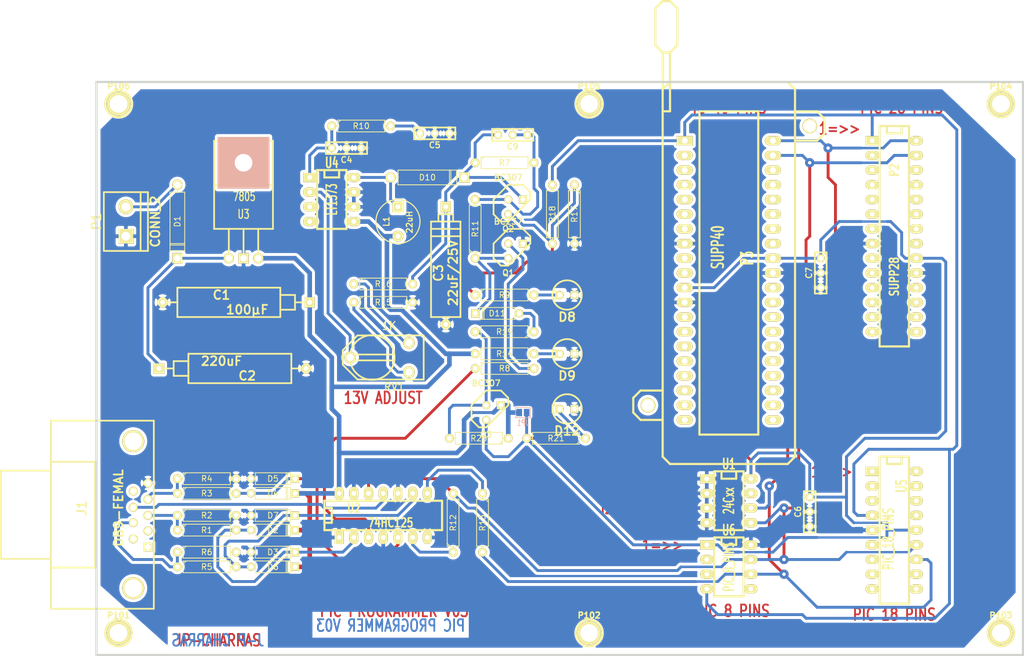
<source format=kicad_pcb>
(kicad_pcb (version 4) (host pcbnew "(2016-06-24 BZR 6946)-product")
  (title_block (title "SERIAL PIC PROGRAMMER"))
  (layers (0 Composant signal) (31 Cuivre signal) (34 B.Paste user) (35 F.Paste user) (36 B.SilkS user) (37 F.SilkS user) (38 B.Mask user) (39 F.Mask user) (44 Edge.Cuts user))
  (net 0 "")
  (net 1 /CTS)
  (net 2 /DTR)
  (net 3 /PC-CLOCK-OUT)
  (net 4 /TXD)
  (net 5 GND)
  (net 6 "Net-(C2-Pad1)")
  (net 7 "Net-(C4-Pad1)")
  (net 8 "Net-(C5-Pad1)")
  (net 9 "Net-(C9-Pad2)")
  (net 10 "Net-(D11-Pad1)")
  (net 11 "Net-(D11-Pad2)")
  (net 12 "Net-(Q1-Pad2)")
  (net 13 "Net-(Q2-Pad3)")
  (net 14 "Net-(Q3-Pad2)")
  (net 15 "Net-(R12-Pad1)")
  (net 16 "Net-(R13-Pad1)")
  (net 17 "Net-(R15-Pad1)")
  (net 18 "Net-(R16-Pad1)")
  (net 19 "Net-(R8-Pad1)")
  (net 20 "Net-(RV1-Pad2)")
  (net 21 VCC)
  (net 22 VPP)
  (net 23 /pic_sockets/VCC_PIC)
  (net 24 "Net-(D1-Pad2)")
  (net 25 "Net-(D4-Pad2)")
  (net 26 "Net-(D8-Pad2)")
  (net 27 "Net-(D9-Pad2)")
  (net 28 "Net-(D12-Pad2)")
  (net 29 "Net-(J1-Pad1)")
  (net 30 "Net-(J1-Pad2)")
  (net 31 "Net-(J1-Pad6)")
  (net 32 "Net-(J1-Pad9)")
  (net 33 "Net-(P2-Pad2)")
  (net 34 "Net-(P2-Pad3)")
  (net 35 "Net-(P2-Pad4)")
  (net 36 "Net-(P2-Pad5)")
  (net 37 "Net-(P2-Pad6)")
  (net 38 "Net-(P2-Pad7)")
  (net 39 "Net-(P2-Pad9)")
  (net 40 "Net-(P2-Pad10)")
  (net 41 "Net-(P2-Pad11)")
  (net 42 "Net-(P2-Pad12)")
  (net 43 "Net-(P2-Pad13)")
  (net 44 "Net-(P2-Pad14)")
  (net 45 /VPP/MCLR)
  (net 46 "Net-(P2-Pad15)")
  (net 47 "Net-(P2-Pad16)")
  (net 48 "Net-(P2-Pad17)")
  (net 49 "Net-(P2-Pad18)")
  (net 50 "Net-(P2-Pad21)")
  (net 51 "Net-(P2-Pad22)")
  (net 52 "Net-(P2-Pad23)")
  (net 53 "Net-(P2-Pad24)")
  (net 54 "Net-(P2-Pad25)")
  (net 55 "Net-(P2-Pad26)")
  (net 56 /CLOCK-RB6)
  (net 57 /DATA-RB7)
  (net 58 "Net-(P3-Pad2)")
  (net 59 "Net-(P3-Pad3)")
  (net 60 "Net-(P3-Pad4)")
  (net 61 "Net-(P3-Pad5)")
  (net 62 "Net-(P3-Pad6)")
  (net 63 "Net-(P3-Pad7)")
  (net 64 "Net-(P3-Pad9)")
  (net 65 "Net-(P3-Pad10)")
  (net 66 "Net-(P3-Pad13)")
  (net 67 "Net-(P3-Pad14)")
  (net 68 "Net-(P3-Pad15)")
  (net 69 "Net-(P3-Pad16)")
  (net 70 "Net-(P3-Pad17)")
  (net 71 "Net-(P3-Pad18)")
  (net 72 "Net-(P3-Pad19)")
  (net 73 "Net-(P3-Pad20)")
  (net 74 "Net-(P3-Pad21)")
  (net 75 "Net-(P3-Pad22)")
  (net 76 "Net-(P3-Pad23)")
  (net 77 "Net-(P3-Pad24)")
  (net 78 "Net-(P3-Pad25)")
  (net 79 "Net-(P3-Pad26)")
  (net 80 "Net-(P3-Pad27)")
  (net 81 "Net-(P3-Pad28)")
  (net 82 "Net-(P3-Pad29)")
  (net 83 "Net-(P3-Pad30)")
  (net 84 "Net-(P3-Pad33)")
  (net 85 "Net-(P3-Pad34)")
  (net 86 "Net-(P3-Pad35)")
  (net 87 "Net-(P3-Pad36)")
  (net 88 "Net-(P3-Pad37)")
  (net 89 "Net-(P3-Pad38)")
  (net 90 "Net-(P101-Pad1)")
  (net 91 "Net-(P102-Pad1)")
  (net 92 "Net-(P103-Pad1)")
  (net 93 "Net-(P104-Pad1)")
  (net 94 "Net-(P105-Pad1)")
  (net 95 "Net-(P106-Pad1)")
  (net 96 "Net-(U1-Pad7)")
  (net 97 "Net-(U4-Pad3)")
  (net 98 "Net-(U4-Pad4)")
  (net 99 "Net-(U5-Pad1)")
  (net 100 "Net-(U5-Pad2)")
  (net 101 "Net-(U5-Pad3)")
  (net 102 "Net-(U5-Pad6)")
  (net 103 "Net-(U5-Pad7)")
  (net 104 "Net-(U5-Pad8)")
  (net 105 "Net-(U5-Pad9)")
  (net 106 "Net-(U5-Pad10)")
  (net 107 "Net-(U5-Pad11)")
  (net 108 "Net-(U5-Pad15)")
  (net 109 "Net-(U5-Pad16)")
  (net 110 "Net-(U5-Pad17)")
  (net 111 "Net-(U5-Pad18)")
  (net 112 "Net-(U6-Pad2)")
  (net 113 "Net-(U6-Pad3)")
  (net 114 "Net-(U6-Pad5)")
  (net 115 "Net-(D2-Pad2)")
  (net 116 "Net-(D6-Pad2)")
  (net 117 "Net-(D10-Pad2)")
  (module Discret:CP10 (layer Composant) (at 97.79 78.74 180)
    (fp_text reference C1 (at 2.54 1.27 180) (layer F.SilkS) (effects (font (thickness 0.3048))))
    (fp_text value 100µF (at -1.905 -1.27 180) (layer F.SilkS) (effects (font (thickness 0.3048))))
    (pad 2 thru_hole circle (at 12.7 0 180) (size 1.778 1.778) (drill 0.8128) (layers *.Cu *.Mask F.SilkS) (net 5 GND))
    (pad 1 thru_hole rect (at -12.7 0 180) (size 1.778 1.778) (drill 0.8128) (layers *.Cu *.Mask F.SilkS) (net 21 VCC))
  )
  (module Discret:CP10 (layer Composant) (at 97.155 90.17)
    (fp_text reference C2 (at 2.54 1.27) (layer F.SilkS) (effects (font (thickness 0.3048))))
    (fp_text value 220uF (at -1.905 -1.27) (layer F.SilkS) (effects (font (thickness 0.3048))))
    (pad 2 thru_hole circle (at 12.7 0) (size 1.778 1.778) (drill 0.8128) (layers *.Cu *.Mask F.SilkS) (net 5 GND))
    (pad 1 thru_hole rect (at -12.7 0) (size 1.778 1.778) (drill 0.8128) (layers *.Cu *.Mask F.SilkS) (net 6 "Net-(C2-Pad1)"))
  )
  (module Discret:CP8 (layer Composant) (at 133.985 72.39 270)
    (fp_text reference C3 (at 1.27 1.27 270) (layer F.SilkS) (effects (font (thickness 0.3048))))
    (fp_text value 22uF/25V (at 1.27 -1.27 270) (layer F.SilkS) (effects (font (thickness 0.3048))))
    (pad 1 thru_hole rect (at -10.16 0 270) (size 1.778 1.778) (drill 0.8128) (layers *.Cu *.Mask F.SilkS) (net 22 VPP))
    (pad 2 thru_hole circle (at 10.16 0 270) (size 1.778 1.778) (drill 0.8128) (layers *.Cu *.Mask F.SilkS) (net 5 GND))
  )
  (module Discret:C1-1 (layer Composant) (at 116.84 52.07)
    (fp_text reference C4 (at 0 2.032) (layer F.SilkS) (effects (font (size 1.016 1.016) (thickness 0.2032))))
    (fp_text value 0 hide)
    (pad 1 thru_hole circle (at -2.54 0) (size 1.397 1.397) (drill 0.8128) (layers *.Cu *.Mask F.SilkS) (net 7 "Net-(C4-Pad1)"))
    (pad 2 thru_hole circle (at 2.54 0) (size 1.397 1.397) (drill 0.8128) (layers *.Cu *.Mask F.SilkS) (net 5 GND))
    (pad 2 thru_hole circle (at 0 0) (size 1.397 1.397) (drill 0.8128) (layers *.Cu *.Mask F.SilkS) (net 5 GND))
  )
  (module Discret:C1-1 (layer Composant) (at 132.08 49.53)
    (fp_text reference C5 (at 0 2.032) (layer F.SilkS) (effects (font (size 1.016 1.016) (thickness 0.2032))))
    (fp_text value 10nF hide)
    (pad 1 thru_hole circle (at -2.54 0) (size 1.397 1.397) (drill 0.8128) (layers *.Cu *.Mask F.SilkS) (net 8 "Net-(C5-Pad1)"))
    (pad 2 thru_hole circle (at 2.54 0) (size 1.397 1.397) (drill 0.8128) (layers *.Cu *.Mask F.SilkS) (net 5 GND))
    (pad 2 thru_hole circle (at 0 0) (size 1.397 1.397) (drill 0.8128) (layers *.Cu *.Mask F.SilkS) (net 5 GND))
  )
  (module Discret:C1-1 (layer Composant) (at 196.85 114.935 270)
    (fp_text reference C6 (at 0 2.032 270) (layer F.SilkS) (effects (font (size 1.016 1.016) (thickness 0.2032))))
    (fp_text value 100nF hide)
    (pad 1 thru_hole circle (at -2.54 0 270) (size 1.397 1.397) (drill 0.8128) (layers *.Cu *.Mask F.SilkS) (net 23 /pic_sockets/VCC_PIC))
    (pad 2 thru_hole circle (at 2.54 0 270) (size 1.397 1.397) (drill 0.8128) (layers *.Cu *.Mask F.SilkS) (net 5 GND))
    (pad 2 thru_hole circle (at 0 0 270) (size 1.397 1.397) (drill 0.8128) (layers *.Cu *.Mask F.SilkS) (net 5 GND))
  )
  (module Discret:C1-1 (layer Composant) (at 198.755 73.66 270)
    (fp_text reference C7 (at 0 2.032 270) (layer F.SilkS) (effects (font (size 1.016 1.016) (thickness 0.2032))))
    (fp_text value 100nF hide)
    (pad 1 thru_hole circle (at -2.54 0 270) (size 1.397 1.397) (drill 0.8128) (layers *.Cu *.Mask F.SilkS) (net 23 /pic_sockets/VCC_PIC))
    (pad 2 thru_hole circle (at 2.54 0 270) (size 1.397 1.397) (drill 0.8128) (layers *.Cu *.Mask F.SilkS) (net 5 GND))
    (pad 2 thru_hole circle (at 0 0 270) (size 1.397 1.397) (drill 0.8128) (layers *.Cu *.Mask F.SilkS) (net 5 GND))
  )
  (module Discret:C1-1 (layer Composant) (at 145.542 49.784)
    (fp_text reference C9 (at 0 2.032) (layer F.SilkS) (effects (font (size 1.016 1.016) (thickness 0.2032))))
    (fp_text value 220nF hide)
    (pad 1 thru_hole circle (at -2.54 0) (size 1.397 1.397) (drill 0.8128) (layers *.Cu *.Mask F.SilkS) (net 22 VPP))
    (pad 2 thru_hole circle (at 2.54 0) (size 1.397 1.397) (drill 0.8128) (layers *.Cu *.Mask F.SilkS) (net 9 "Net-(C9-Pad2)"))
    (pad 2 thru_hole circle (at 0 0) (size 1.397 1.397) (drill 0.8128) (layers *.Cu *.Mask F.SilkS) (net 9 "Net-(C9-Pad2)"))
  )
  (module Discret:LEDV (layer Composant) (at 154.94 77.47 180)
    (fp_text reference D8 (at 0 -3.81 180) (layer F.SilkS) (effects (font (thickness 0.3048))))
    (fp_text value RED-LED hide)
    (pad 1 thru_hole rect (at -1.27 0 180) (size 1.397 1.397) (drill 0.8128) (layers *.Cu *.Mask F.SilkS) (net 5 GND))
    (pad 2 thru_hole circle (at 1.27 0 180) (size 1.397 1.397) (drill 0.8128) (layers *.Cu *.Mask F.SilkS) (net 26 "Net-(D8-Pad2)"))
  )
  (module Discret:LEDV (layer Composant) (at 154.94 87.63 180)
    (fp_text reference D9 (at 0 -3.81 180) (layer F.SilkS) (effects (font (thickness 0.3048))))
    (fp_text value GREEN-LED hide)
    (pad 1 thru_hole rect (at -1.27 0 180) (size 1.397 1.397) (drill 0.8128) (layers *.Cu *.Mask F.SilkS) (net 5 GND))
    (pad 2 thru_hole circle (at 1.27 0 180) (size 1.397 1.397) (drill 0.8128) (layers *.Cu *.Mask F.SilkS) (net 27 "Net-(D9-Pad2)"))
  )
  (module Discret:LEDV (layer Composant) (at 154.94 97.155 180)
    (fp_text reference D12 (at 0 -3.81 180) (layer F.SilkS) (effects (font (thickness 0.3048))))
    (fp_text value YELLOW-LED hide)
    (pad 1 thru_hole rect (at -1.27 0 180) (size 1.397 1.397) (drill 0.8128) (layers *.Cu *.Mask F.SilkS) (net 5 GND))
    (pad 2 thru_hole circle (at 1.27 0 180) (size 1.397 1.397) (drill 0.8128) (layers *.Cu *.Mask F.SilkS) (net 28 "Net-(D12-Pad2)"))
  )
  (module connect:DB9FC (layer Composant) (at 81.28 115.57 90)
    (fp_text reference J1 (at 1.27 -10.16 90) (layer F.SilkS) (effects (font (thickness 0.3048))))
    (fp_text value DB9-FEMAL (at 1.27 -3.81 90) (layer F.SilkS) (effects (font (thickness 0.3048))))
    (pad "" thru_hole circle (at 12.827 -1.27 90) (size 3.81 3.81) (drill 3.048) (layers *.Cu *.Mask F.SilkS))
    (pad "" thru_hole circle (at -12.573 -1.27 90) (size 3.81 3.81) (drill 3.048) (layers *.Cu *.Mask F.SilkS))
    (pad 1 thru_hole rect (at -5.461 1.27 90) (size 1.524 1.524) (drill 1.016) (layers *.Cu *.Mask F.SilkS) (net 29 "Net-(J1-Pad1)"))
    (pad 2 thru_hole circle (at -2.667 1.27 90) (size 1.524 1.524) (drill 1.016) (layers *.Cu *.Mask F.SilkS) (net 30 "Net-(J1-Pad2)"))
    (pad 3 thru_hole circle (at 0 1.27 90) (size 1.524 1.524) (drill 1.016) (layers *.Cu *.Mask F.SilkS) (net 4 /TXD))
    (pad 4 thru_hole circle (at 2.794 1.27 90) (size 1.524 1.524) (drill 1.016) (layers *.Cu *.Mask F.SilkS) (net 2 /DTR))
    (pad 5 thru_hole circle (at 5.588 1.27 90) (size 1.524 1.524) (drill 1.016) (layers *.Cu *.Mask F.SilkS) (net 5 GND))
    (pad 6 thru_hole circle (at -4.064 -1.27 90) (size 1.524 1.524) (drill 1.016) (layers *.Cu *.Mask F.SilkS) (net 31 "Net-(J1-Pad6)"))
    (pad 7 thru_hole circle (at -1.27 -1.27 90) (size 1.524 1.524) (drill 1.016) (layers *.Cu *.Mask F.SilkS) (net 3 /PC-CLOCK-OUT))
    (pad 8 thru_hole circle (at 1.397 -1.27 90) (size 1.524 1.524) (drill 1.016) (layers *.Cu *.Mask F.SilkS) (net 1 /CTS))
    (pad 9 thru_hole circle (at 4.191 -1.27 90) (size 1.524 1.524) (drill 1.016) (layers *.Cu *.Mask F.SilkS) (net 32 "Net-(J1-Pad9)"))
  )
  (module connect:GS2 (layer Cuivre) (at 147.32 97.79 270)
    (fp_text reference JP1 (at 1.778 0 180) (layer B.SilkS) (effects (font (size 1.016 0.762) (thickness 0.127)) (justify mirror)))
    (fp_text value JUMPER hide)
    (pad 1 smd rect (at 0 0.635 270) (size 1.27 0.9652) (layers Cuivre B.Paste B.Mask) (net 21 VCC))
    (pad 2 smd rect (at 0 -0.635 270) (size 1.27 0.9652) (layers Cuivre B.Paste B.Mask) (net 23 /pic_sockets/VCC_PIC))
  )
  (module inductors:INDUCTOR_V (layer Composant) (at 125.73 64.77 270)
    (fp_text reference L1 (at 0 1.99898 270) (layer F.SilkS) (effects (font (size 1.00076 1.00076) (thickness 0.2032))))
    (fp_text value 22uH (at 0.09906 -1.99898 270) (layer F.SilkS) (effects (font (size 1.00076 1.00076) (thickness 0.2032))))
    (pad 1 thru_hole rect (at -2.54 0 270) (size 1.905 1.905) (drill 0.8128) (layers *.Cu *.Mask F.SilkS) (net 117 "Net-(D10-Pad2)"))
    (pad 2 thru_hole circle (at 2.54 0 270) (size 1.905 1.905) (drill 0.8128) (layers *.Cu *.Mask F.SilkS) (net 21 VCC))
  )
  (module connect:bornier2 (layer Composant) (at 78.74 64.77 90)
    (fp_text reference P1 (at 0 -5.08 90) (layer F.SilkS) (effects (font (thickness 0.3048))))
    (fp_text value CONN_2 (at 0 5.08 90) (layer F.SilkS) (effects (font (thickness 0.3048))))
    (pad 1 thru_hole rect (at -2.54 0 90) (size 2.54 2.54) (drill 1.524) (layers *.Cu *.Mask F.SilkS) (net 5 GND))
    (pad 2 thru_hole circle (at 2.54 0 90) (size 2.54 2.54) (drill 1.524) (layers *.Cu *.Mask F.SilkS) (net 24 "Net-(D1-Pad2)"))
  )
  (module Discret:TO92 (layer Composant) (at 146.05 69.85)
    (fp_text reference Q1 (at -1.27 3.81) (layer F.SilkS) (effects (font (size 1.016 1.016) (thickness 0.2032))))
    (fp_text value BC237 (at -1.27 -5.08) (layer F.SilkS) (effects (font (size 1.016 1.016) (thickness 0.2032))))
    (pad 1 thru_hole rect (at 1.27 -1.27) (size 1.397 1.397) (drill 0.8128) (layers *.Cu *.Mask F.SilkS) (net 5 GND))
    (pad 2 thru_hole circle (at -1.27 -1.27) (size 1.397 1.397) (drill 0.8128) (layers *.Cu *.Mask F.SilkS) (net 12 "Net-(Q1-Pad2)"))
    (pad 3 thru_hole circle (at -1.27 1.27) (size 1.397 1.397) (drill 0.8128) (layers *.Cu *.Mask F.SilkS) (net 10 "Net-(D11-Pad1)"))
  )
  (module Discret:TO92 (layer Composant) (at 146.05 62.23)
    (fp_text reference Q2 (at -1.27 3.81) (layer F.SilkS) (effects (font (size 1.016 1.016) (thickness 0.2032))))
    (fp_text value BC307 (at -1.27 -5.08) (layer F.SilkS) (effects (font (size 1.016 1.016) (thickness 0.2032))))
    (pad 1 thru_hole rect (at 1.27 -1.27) (size 1.397 1.397) (drill 0.8128) (layers *.Cu *.Mask F.SilkS) (net 22 VPP))
    (pad 2 thru_hole circle (at -1.27 -1.27) (size 1.397 1.397) (drill 0.8128) (layers *.Cu *.Mask F.SilkS) (net 9 "Net-(C9-Pad2)"))
    (pad 3 thru_hole circle (at -1.27 1.27) (size 1.397 1.397) (drill 0.8128) (layers *.Cu *.Mask F.SilkS) (net 13 "Net-(Q2-Pad3)"))
  )
  (module Discret:TO92 (layer Composant) (at 142.24 97.79)
    (fp_text reference Q3 (at -1.27 3.81) (layer F.SilkS) (effects (font (size 1.016 1.016) (thickness 0.2032))))
    (fp_text value BC307 (at -1.27 -5.08) (layer F.SilkS) (effects (font (size 1.016 1.016) (thickness 0.2032))))
    (pad 1 thru_hole rect (at 1.27 -1.27) (size 1.397 1.397) (drill 0.8128) (layers *.Cu *.Mask F.SilkS) (net 21 VCC))
    (pad 2 thru_hole circle (at -1.27 -1.27) (size 1.397 1.397) (drill 0.8128) (layers *.Cu *.Mask F.SilkS) (net 14 "Net-(Q3-Pad2)"))
    (pad 3 thru_hole circle (at -1.27 1.27) (size 1.397 1.397) (drill 0.8128) (layers *.Cu *.Mask F.SilkS) (net 23 /pic_sockets/VCC_PIC))
  )
  (module Discret:RV2X4 (layer Composant) (at 122.555 88.265 180)
    (fp_text reference RV1 (at -2.54 -5.08 180) (layer F.SilkS) (effects (font (size 1.397 1.27) (thickness 0.2032))))
    (fp_text value 1K (at -1.651 5.461 180) (layer F.SilkS) (effects (font (size 1.397 1.27) (thickness 0.2032))))
    (pad 1 thru_hole circle (at -5.08 -2.54 180) (size 2.032 2.032) (drill 1.27) (layers *.Cu *.Mask F.SilkS) (net 17 "Net-(R15-Pad1)"))
    (pad 2 thru_hole circle (at 5.08 0 180) (size 2.032 2.032) (drill 1.27) (layers *.Cu *.Mask F.SilkS) (net 20 "Net-(RV1-Pad2)"))
    (pad 3 thru_hole circle (at -5.08 2.54 180) (size 2.032 2.032) (drill 1.27) (layers *.Cu *.Mask F.SilkS) (net 18 "Net-(R16-Pad1)"))
  )
  (module dip_sockets:DIP-8__300_ELL (layer Composant) (at 182.88 113.03 270)
    (fp_text reference U1 (at -6.35 0) (layer F.SilkS) (effects (font (size 1.778 1.143) (thickness 0.3048))))
    (fp_text value 24Cxx (at 0 0 270) (layer F.SilkS) (effects (font (size 1.778 1.016) (thickness 0.3048))))
    (pad 1 thru_hole rect (at -3.81 3.81 270) (size 1.5748 2.286) (drill 0.8128) (layers *.Cu *.Mask F.SilkS) (net 5 GND))
    (pad 2 thru_hole oval (at -1.27 3.81 270) (size 1.5748 2.286) (drill 0.8128) (layers *.Cu *.Mask F.SilkS) (net 5 GND))
    (pad 3 thru_hole oval (at 1.27 3.81 270) (size 1.5748 2.286) (drill 0.8128) (layers *.Cu *.Mask F.SilkS) (net 5 GND))
    (pad 4 thru_hole oval (at 3.81 3.81 270) (size 1.5748 2.286) (drill 0.8128) (layers *.Cu *.Mask F.SilkS) (net 5 GND))
    (pad 5 thru_hole oval (at 3.81 -3.81 270) (size 1.5748 2.286) (drill 0.8128) (layers *.Cu *.Mask F.SilkS) (net 57 /DATA-RB7))
    (pad 6 thru_hole oval (at 1.27 -3.81 270) (size 1.5748 2.286) (drill 0.8128) (layers *.Cu *.Mask F.SilkS) (net 56 /CLOCK-RB6))
    (pad 7 thru_hole oval (at -1.27 -3.81 270) (size 1.5748 2.286) (drill 0.8128) (layers *.Cu *.Mask F.SilkS) (net 96 "Net-(U1-Pad7)"))
    (pad 8 thru_hole oval (at -3.81 -3.81 270) (size 1.5748 2.286) (drill 0.8128) (layers *.Cu *.Mask F.SilkS) (net 23 /pic_sockets/VCC_PIC))
  )
  (module dip_sockets:DIP-14__300_ELL (layer Composant) (at 123.19 115.57)
    (fp_text reference U2 (at -5.08 -1.27) (layer F.SilkS) (effects (font (size 1.524 1.143) (thickness 0.3048))))
    (fp_text value 74HC125 (at 1.27 1.27) (layer F.SilkS) (effects (font (size 1.524 1.143) (thickness 0.3048))))
    (pad 1 thru_hole rect (at -7.62 3.81) (size 1.5748 2.286) (drill 0.8128) (layers *.Cu *.Mask F.SilkS) (net 5 GND))
    (pad 2 thru_hole oval (at -5.08 3.81) (size 1.5748 2.286) (drill 0.8128) (layers *.Cu *.Mask F.SilkS) (net 115 "Net-(D2-Pad2)"))
    (pad 3 thru_hole oval (at -2.54 3.81) (size 1.5748 2.286) (drill 0.8128) (layers *.Cu *.Mask F.SilkS) (net 19 "Net-(R8-Pad1)"))
    (pad 4 thru_hole oval (at 0 3.81) (size 1.5748 2.286) (drill 0.8128) (layers *.Cu *.Mask F.SilkS) (net 5 GND))
    (pad 5 thru_hole oval (at 2.54 3.81) (size 1.5748 2.286) (drill 0.8128) (layers *.Cu *.Mask F.SilkS) (net 25 "Net-(D4-Pad2)"))
    (pad 6 thru_hole oval (at 5.08 3.81) (size 1.5748 2.286) (drill 0.8128) (layers *.Cu *.Mask F.SilkS) (net 15 "Net-(R12-Pad1)"))
    (pad 7 thru_hole oval (at 7.62 3.81) (size 1.5748 2.286) (drill 0.8128) (layers *.Cu *.Mask F.SilkS) (net 5 GND))
    (pad 8 thru_hole oval (at 7.62 -3.81) (size 1.5748 2.286) (drill 0.8128) (layers *.Cu *.Mask F.SilkS) (net 16 "Net-(R13-Pad1)"))
    (pad 9 thru_hole oval (at 5.08 -3.81) (size 1.5748 2.286) (drill 0.8128) (layers *.Cu *.Mask F.SilkS) (net 116 "Net-(D6-Pad2)"))
    (pad 10 thru_hole oval (at 2.54 -3.81) (size 1.5748 2.286) (drill 0.8128) (layers *.Cu *.Mask F.SilkS) (net 5 GND))
    (pad 11 thru_hole oval (at 0 -3.81) (size 1.5748 2.286) (drill 0.8128) (layers *.Cu *.Mask F.SilkS) (net 1 /CTS))
    (pad 12 thru_hole oval (at -2.54 -3.81) (size 1.5748 2.286) (drill 0.8128) (layers *.Cu *.Mask F.SilkS) (net 57 /DATA-RB7))
    (pad 13 thru_hole oval (at -5.08 -3.81) (size 1.5748 2.286) (drill 0.8128) (layers *.Cu *.Mask F.SilkS) (net 5 GND))
    (pad 14 thru_hole oval (at -7.62 -3.81) (size 1.5748 2.286) (drill 0.8128) (layers *.Cu *.Mask F.SilkS) (net 21 VCC))
  )
  (module Discret:LM78XX (layer Composant) (at 99.06 71.12 90)
    (fp_text reference U3 (at 7.62 0 180) (layer F.SilkS) (effects (font (size 1.524 1.016) (thickness 0.2032))))
    (fp_text value 7805 (at 10.668 0.127 180) (layer F.SilkS) (effects (font (size 1.524 1.016) (thickness 0.2032))))
    (pad 4 thru_hole rect (at 16.51 0 90) (size 8.89 8.89) (drill 3.048) (layers *.Cu *.SilkS *.Mask))
    (pad VI thru_hole circle (at 0 -2.54 90) (size 1.778 1.778) (drill 1.143) (layers *.Cu *.Mask F.SilkS) (net 6 "Net-(C2-Pad1)"))
    (pad GND thru_hole rect (at 0 0 90) (size 1.778 1.778) (drill 1.143) (layers *.Cu *.Mask F.SilkS) (net 5 GND))
    (pad VO thru_hole circle (at 0 2.54 90) (size 1.778 1.778) (drill 1.143) (layers *.Cu *.Mask F.SilkS) (net 21 VCC))
  )
  (module dip_sockets:DIP-8__300_ELL (layer Composant) (at 114.3 60.96 270)
    (fp_text reference U4 (at -6.35 0) (layer F.SilkS) (effects (font (size 1.778 1.143) (thickness 0.3048))))
    (fp_text value LT1373 (at 0 0 270) (layer F.SilkS) (effects (font (size 1.778 1.016) (thickness 0.3048))))
    (pad 1 thru_hole rect (at -3.81 3.81 270) (size 1.5748 2.286) (drill 0.8128) (layers *.Cu *.Mask F.SilkS) (net 7 "Net-(C4-Pad1)"))
    (pad 2 thru_hole oval (at -1.27 3.81 270) (size 1.5748 2.286) (drill 0.8128) (layers *.Cu *.Mask F.SilkS) (net 20 "Net-(RV1-Pad2)"))
    (pad 3 thru_hole oval (at 1.27 3.81 270) (size 1.5748 2.286) (drill 0.8128) (layers *.Cu *.Mask F.SilkS) (net 97 "Net-(U4-Pad3)"))
    (pad 4 thru_hole oval (at 3.81 3.81 270) (size 1.5748 2.286) (drill 0.8128) (layers *.Cu *.Mask F.SilkS) (net 98 "Net-(U4-Pad4)"))
    (pad 5 thru_hole oval (at 3.81 -3.81 270) (size 1.5748 2.286) (drill 0.8128) (layers *.Cu *.Mask F.SilkS) (net 21 VCC))
    (pad 6 thru_hole oval (at 1.27 -3.81 270) (size 1.5748 2.286) (drill 0.8128) (layers *.Cu *.Mask F.SilkS) (net 5 GND))
    (pad 7 thru_hole oval (at -1.27 -3.81 270) (size 1.5748 2.286) (drill 0.8128) (layers *.Cu *.Mask F.SilkS) (net 5 GND))
    (pad 8 thru_hole oval (at -3.81 -3.81 270) (size 1.5748 2.286) (drill 0.8128) (layers *.Cu *.Mask F.SilkS) (net 117 "Net-(D10-Pad2)"))
  )
  (module dip_sockets:DIP-18__300_ELL (layer Composant) (at 211.455 118.11 270)
    (fp_text reference U5 (at -7.62 -1.27 270) (layer F.SilkS) (effects (font (size 1.778 1.143) (thickness 0.3048))))
    (fp_text value PIC_18_PINS (at 1.524 1.016 270) (layer F.SilkS) (effects (font (size 1.778 1.143) (thickness 0.3048))))
    (pad 1 thru_hole rect (at -10.16 3.81 270) (size 1.5748 2.286) (drill 0.8128) (layers *.Cu *.Mask F.SilkS) (net 99 "Net-(U5-Pad1)"))
    (pad 2 thru_hole oval (at -7.62 3.81 270) (size 1.5748 2.286) (drill 0.8128) (layers *.Cu *.Mask F.SilkS) (net 100 "Net-(U5-Pad2)"))
    (pad 3 thru_hole oval (at -5.08 3.81 270) (size 1.5748 2.286) (drill 0.8128) (layers *.Cu *.Mask F.SilkS) (net 101 "Net-(U5-Pad3)"))
    (pad 4 thru_hole oval (at -2.54 3.81 270) (size 1.5748 2.286) (drill 0.8128) (layers *.Cu *.Mask F.SilkS) (net 45 /VPP/MCLR))
    (pad 5 thru_hole oval (at 0 3.81 270) (size 1.5748 2.286) (drill 0.8128) (layers *.Cu *.Mask F.SilkS) (net 5 GND))
    (pad 6 thru_hole oval (at 2.54 3.81 270) (size 1.5748 2.286) (drill 0.8128) (layers *.Cu *.Mask F.SilkS) (net 102 "Net-(U5-Pad6)"))
    (pad 7 thru_hole oval (at 5.08 3.81 270) (size 1.5748 2.286) (drill 0.8128) (layers *.Cu *.Mask F.SilkS) (net 103 "Net-(U5-Pad7)"))
    (pad 8 thru_hole oval (at 7.62 3.81 270) (size 1.5748 2.286) (drill 0.8128) (layers *.Cu *.Mask F.SilkS) (net 104 "Net-(U5-Pad8)"))
    (pad 9 thru_hole oval (at 10.16 3.81 270) (size 1.5748 2.286) (drill 0.8128) (layers *.Cu *.Mask F.SilkS) (net 105 "Net-(U5-Pad9)"))
    (pad 10 thru_hole oval (at 10.16 -3.81 270) (size 1.5748 2.286) (drill 0.8128) (layers *.Cu *.Mask F.SilkS) (net 106 "Net-(U5-Pad10)"))
    (pad 11 thru_hole oval (at 7.62 -3.81 270) (size 1.5748 2.286) (drill 0.8128) (layers *.Cu *.Mask F.SilkS) (net 107 "Net-(U5-Pad11)"))
    (pad 12 thru_hole oval (at 5.08 -3.81 270) (size 1.5748 2.286) (drill 0.8128) (layers *.Cu *.Mask F.SilkS) (net 56 /CLOCK-RB6))
    (pad 13 thru_hole oval (at 2.54 -3.81 270) (size 1.5748 2.286) (drill 0.8128) (layers *.Cu *.Mask F.SilkS) (net 57 /DATA-RB7))
    (pad 14 thru_hole oval (at 0 -3.81 270) (size 1.5748 2.286) (drill 0.8128) (layers *.Cu *.Mask F.SilkS) (net 23 /pic_sockets/VCC_PIC))
    (pad 15 thru_hole oval (at -2.54 -3.81 270) (size 1.5748 2.286) (drill 0.8128) (layers *.Cu *.Mask F.SilkS) (net 108 "Net-(U5-Pad15)"))
    (pad 16 thru_hole oval (at -5.08 -3.81 270) (size 1.5748 2.286) (drill 0.8128) (layers *.Cu *.Mask F.SilkS) (net 109 "Net-(U5-Pad16)"))
    (pad 17 thru_hole oval (at -7.62 -3.81 270) (size 1.5748 2.286) (drill 0.8128) (layers *.Cu *.Mask F.SilkS) (net 110 "Net-(U5-Pad17)"))
    (pad 18 thru_hole oval (at -10.16 -3.81 270) (size 1.5748 2.286) (drill 0.8128) (layers *.Cu *.Mask F.SilkS) (net 111 "Net-(U5-Pad18)"))
  )
  (module dip_sockets:DIP-8__300_ELL (layer Composant) (at 182.88 124.46 270)
    (fp_text reference U6 (at -6.35 0) (layer F.SilkS) (effects (font (size 1.778 1.143) (thickness 0.3048))))
    (fp_text value PIC_8_PINS (at 0 0 270) (layer F.SilkS) (effects (font (size 1.778 1.016) (thickness 0.3048))))
    (pad 1 thru_hole rect (at -3.81 3.81 270) (size 1.5748 2.286) (drill 0.8128) (layers *.Cu *.Mask F.SilkS) (net 23 /pic_sockets/VCC_PIC))
    (pad 2 thru_hole oval (at -1.27 3.81 270) (size 1.5748 2.286) (drill 0.8128) (layers *.Cu *.Mask F.SilkS) (net 112 "Net-(U6-Pad2)"))
    (pad 3 thru_hole oval (at 1.27 3.81 270) (size 1.5748 2.286) (drill 0.8128) (layers *.Cu *.Mask F.SilkS) (net 113 "Net-(U6-Pad3)"))
    (pad 4 thru_hole oval (at 3.81 3.81 270) (size 1.5748 2.286) (drill 0.8128) (layers *.Cu *.Mask F.SilkS) (net 45 /VPP/MCLR))
    (pad 5 thru_hole oval (at 3.81 -3.81 270) (size 1.5748 2.286) (drill 0.8128) (layers *.Cu *.Mask F.SilkS) (net 114 "Net-(U6-Pad5)"))
    (pad 6 thru_hole oval (at 1.27 -3.81 270) (size 1.5748 2.286) (drill 0.8128) (layers *.Cu *.Mask F.SilkS) (net 56 /CLOCK-RB6))
    (pad 7 thru_hole oval (at -1.27 -3.81 270) (size 1.5748 2.286) (drill 0.8128) (layers *.Cu *.Mask F.SilkS) (net 57 /DATA-RB7))
    (pad 8 thru_hole oval (at -3.81 -3.81 270) (size 1.5748 2.286) (drill 0.8128) (layers *.Cu *.Mask F.SilkS) (net 5 GND))
  )
  (module footprints:1pin-4 (layer Composant) (at 77.47 135.89)
    (fp_text reference P101 (at 0 -3.048) (layer F.SilkS) (effects (font (size 1.016 1.016) (thickness 0.254))))
    (fp_text value CONN_1 hide)
    (pad 1 thru_hole circle (at 0 0) (size 4.064 4.064) (drill 3.048) (layers *.Cu *.Mask F.SilkS) (net 90 "Net-(P101-Pad1)"))
  )
  (module footprints:1pin-4 (layer Composant) (at 158.75 135.89)
    (fp_text reference P102 (at 0 -3.048) (layer F.SilkS) (effects (font (size 1.016 1.016) (thickness 0.254))))
    (fp_text value CONN_1 hide)
    (pad 1 thru_hole circle (at 0 0) (size 4.064 4.064) (drill 3.048) (layers *.Cu *.Mask F.SilkS) (net 91 "Net-(P102-Pad1)"))
  )
  (module footprints:1pin-4 (layer Composant) (at 229.87 135.89)
    (fp_text reference P103 (at 0 -3.048) (layer F.SilkS) (effects (font (size 1.016 1.016) (thickness 0.254))))
    (fp_text value CONN_1 hide)
    (pad 1 thru_hole circle (at 0 0) (size 4.064 4.064) (drill 3.048) (layers *.Cu *.Mask F.SilkS) (net 92 "Net-(P103-Pad1)"))
  )
  (module footprints:1pin-4 (layer Composant) (at 229.87 44.45)
    (fp_text reference P104 (at 0 -3.048) (layer F.SilkS) (effects (font (size 1.016 1.016) (thickness 0.254))))
    (fp_text value CONN_1 hide)
    (pad 1 thru_hole circle (at 0 0) (size 4.064 4.064) (drill 3.048) (layers *.Cu *.Mask F.SilkS) (net 93 "Net-(P104-Pad1)"))
  )
  (module footprints:1pin-4 (layer Composant) (at 158.75 44.45)
    (fp_text reference P105 (at 0 -3.048) (layer F.SilkS) (effects (font (size 1.016 1.016) (thickness 0.254))))
    (fp_text value CONN_1 hide)
    (pad 1 thru_hole circle (at 0 0) (size 4.064 4.064) (drill 3.048) (layers *.Cu *.Mask F.SilkS) (net 94 "Net-(P105-Pad1)"))
  )
  (module footprints:1pin-4 (layer Composant) (at 77.47 44.45)
    (fp_text reference P106 (at 0 -3.048) (layer F.SilkS) (effects (font (size 1.016 1.016) (thickness 0.254))))
    (fp_text value CONN_1 hide)
    (pad 1 thru_hole circle (at 0 0) (size 4.064 4.064) (drill 3.048) (layers *.Cu *.Mask F.SilkS) (net 95 "Net-(P106-Pad1)"))
  )
  (module sockets:40tex-Ell600 (layer Composant) (at 182.88 74.93 270)
    (fp_text reference P3 (at -3.81 -3.175 270) (layer F.SilkS) (effects (font (size 2.032 1.27) (thickness 0.3048))))
    (fp_text value SUPP40 (at -5.715 1.905 270) (layer F.SilkS) (effects (font (size 2.032 1.27) (thickness 0.3048))))
    (pad 1 thru_hole rect (at -24.13 7.62 270) (size 1.5748 2.794) (drill 1.016) (layers *.Cu *.Mask F.SilkS) (net 45 /VPP/MCLR))
    (pad 2 thru_hole oval (at -21.59 7.62 270) (size 1.5748 2.794) (drill 1.016) (layers *.Cu *.Mask F.SilkS) (net 58 "Net-(P3-Pad2)"))
    (pad 3 thru_hole oval (at -19.05 7.62 270) (size 1.5748 2.794) (drill 1.016) (layers *.Cu *.Mask F.SilkS) (net 59 "Net-(P3-Pad3)"))
    (pad 4 thru_hole oval (at -16.51 7.62 270) (size 1.5748 2.794) (drill 1.016) (layers *.Cu *.Mask F.SilkS) (net 60 "Net-(P3-Pad4)"))
    (pad 5 thru_hole oval (at -13.97 7.62 270) (size 1.5748 2.794) (drill 1.016) (layers *.Cu *.Mask F.SilkS) (net 61 "Net-(P3-Pad5)"))
    (pad 6 thru_hole oval (at -11.43 7.62 270) (size 1.5748 2.794) (drill 1.016) (layers *.Cu *.Mask F.SilkS) (net 62 "Net-(P3-Pad6)"))
    (pad 7 thru_hole oval (at -8.89 7.62 270) (size 1.5748 2.794) (drill 1.016) (layers *.Cu *.Mask F.SilkS) (net 63 "Net-(P3-Pad7)"))
    (pad 8 thru_hole oval (at -6.35 7.62 270) (size 1.5748 2.794) (drill 1.016) (layers *.Cu *.Mask F.SilkS) (net 5 GND))
    (pad 9 thru_hole oval (at -3.81 7.62 270) (size 1.5748 2.794) (drill 1.016) (layers *.Cu *.Mask F.SilkS) (net 64 "Net-(P3-Pad9)"))
    (pad 10 thru_hole oval (at -1.27 7.62 270) (size 1.5748 2.794) (drill 1.016) (layers *.Cu *.Mask F.SilkS) (net 65 "Net-(P3-Pad10)"))
    (pad 11 thru_hole oval (at 1.27 7.62 270) (size 1.5748 2.794) (drill 1.016) (layers *.Cu *.Mask F.SilkS) (net 23 /pic_sockets/VCC_PIC))
    (pad 12 thru_hole oval (at 3.81 7.62 270) (size 1.5748 2.794) (drill 1.016) (layers *.Cu *.Mask F.SilkS) (net 5 GND))
    (pad 13 thru_hole oval (at 6.35 7.62 270) (size 1.5748 2.794) (drill 1.016) (layers *.Cu *.Mask F.SilkS) (net 66 "Net-(P3-Pad13)"))
    (pad 14 thru_hole oval (at 8.89 7.62 270) (size 1.5748 2.794) (drill 1.016) (layers *.Cu *.Mask F.SilkS) (net 67 "Net-(P3-Pad14)"))
    (pad 15 thru_hole oval (at 11.43 7.62 270) (size 1.5748 2.794) (drill 1.016) (layers *.Cu *.Mask F.SilkS) (net 68 "Net-(P3-Pad15)"))
    (pad 16 thru_hole oval (at 13.97 7.62 270) (size 1.5748 2.794) (drill 1.016) (layers *.Cu *.Mask F.SilkS) (net 69 "Net-(P3-Pad16)"))
    (pad 17 thru_hole oval (at 16.51 7.62 270) (size 1.5748 2.794) (drill 1.016) (layers *.Cu *.Mask F.SilkS) (net 70 "Net-(P3-Pad17)"))
    (pad 18 thru_hole oval (at 19.05 7.62 270) (size 1.5748 2.794) (drill 1.016) (layers *.Cu *.Mask F.SilkS) (net 71 "Net-(P3-Pad18)"))
    (pad 19 thru_hole oval (at 21.59 7.62 270) (size 1.5748 2.794) (drill 1.016) (layers *.Cu *.Mask F.SilkS) (net 72 "Net-(P3-Pad19)"))
    (pad 20 thru_hole oval (at 24.13 7.62 270) (size 1.5748 2.794) (drill 1.016) (layers *.Cu *.Mask F.SilkS) (net 73 "Net-(P3-Pad20)"))
    (pad 21 thru_hole oval (at 24.13 -7.62 270) (size 1.5748 2.794) (drill 1.016) (layers *.Cu *.Mask F.SilkS) (net 74 "Net-(P3-Pad21)"))
    (pad 22 thru_hole oval (at 21.59 -7.62 270) (size 1.5748 2.794) (drill 1.016) (layers *.Cu *.Mask F.SilkS) (net 75 "Net-(P3-Pad22)"))
    (pad 23 thru_hole oval (at 19.05 -7.62 270) (size 1.5748 2.794) (drill 1.016) (layers *.Cu *.Mask F.SilkS) (net 76 "Net-(P3-Pad23)"))
    (pad 24 thru_hole oval (at 16.51 -7.62 270) (size 1.5748 2.794) (drill 1.016) (layers *.Cu *.Mask F.SilkS) (net 77 "Net-(P3-Pad24)"))
    (pad 25 thru_hole oval (at 13.97 -7.62 270) (size 1.5748 2.794) (drill 1.016) (layers *.Cu *.Mask F.SilkS) (net 78 "Net-(P3-Pad25)"))
    (pad 26 thru_hole oval (at 11.43 -7.62 270) (size 1.5748 2.794) (drill 1.016) (layers *.Cu *.Mask F.SilkS) (net 79 "Net-(P3-Pad26)"))
    (pad 27 thru_hole oval (at 8.89 -7.62 270) (size 1.5748 2.794) (drill 1.016) (layers *.Cu *.Mask F.SilkS) (net 80 "Net-(P3-Pad27)"))
    (pad 28 thru_hole oval (at 6.35 -7.62 270) (size 1.5748 2.794) (drill 1.016) (layers *.Cu *.Mask F.SilkS) (net 81 "Net-(P3-Pad28)"))
    (pad 29 thru_hole oval (at 3.81 -7.62 270) (size 1.5748 2.794) (drill 1.016) (layers *.Cu *.Mask F.SilkS) (net 82 "Net-(P3-Pad29)"))
    (pad 30 thru_hole oval (at 1.27 -7.62 270) (size 1.5748 2.794) (drill 1.016) (layers *.Cu *.Mask F.SilkS) (net 83 "Net-(P3-Pad30)"))
    (pad 31 thru_hole oval (at -1.27 -7.62 270) (size 1.5748 2.794) (drill 1.016) (layers *.Cu *.Mask F.SilkS) (net 5 GND))
    (pad 32 thru_hole oval (at -3.81 -7.62 270) (size 1.5748 2.794) (drill 1.016) (layers *.Cu *.Mask F.SilkS) (net 23 /pic_sockets/VCC_PIC))
    (pad 33 thru_hole oval (at -6.35 -7.62 270) (size 1.5748 2.794) (drill 1.016) (layers *.Cu *.Mask F.SilkS) (net 84 "Net-(P3-Pad33)"))
    (pad 34 thru_hole oval (at -8.89 -7.62 270) (size 1.5748 2.794) (drill 1.016) (layers *.Cu *.Mask F.SilkS) (net 85 "Net-(P3-Pad34)"))
    (pad 35 thru_hole oval (at -11.43 -7.62 270) (size 1.5748 2.794) (drill 1.016) (layers *.Cu *.Mask F.SilkS) (net 86 "Net-(P3-Pad35)"))
    (pad 36 thru_hole oval (at -13.97 -7.62 270) (size 1.5748 2.794) (drill 1.016) (layers *.Cu *.Mask F.SilkS) (net 87 "Net-(P3-Pad36)"))
    (pad 37 thru_hole oval (at -16.51 -7.62 270) (size 1.5748 2.794) (drill 1.016) (layers *.Cu *.Mask F.SilkS) (net 88 "Net-(P3-Pad37)"))
    (pad 38 thru_hole oval (at -19.05 -7.62 270) (size 1.5748 2.794) (drill 1.016) (layers *.Cu *.Mask F.SilkS) (net 89 "Net-(P3-Pad38)"))
    (pad 39 thru_hole oval (at -21.59 -7.62 270) (size 1.5748 2.794) (drill 1.016) (layers *.Cu *.Mask F.SilkS) (net 56 /CLOCK-RB6))
    (pad 40 thru_hole oval (at -24.13 -7.62 270) (size 1.5748 2.794) (drill 1.016) (layers *.Cu *.Mask F.SilkS) (net 57 /DATA-RB7))
    (pad HOLE thru_hole circle (at -26.67 -13.97 270) (size 2.54 2.54) (drill 2.032) (layers *.Cu *.Mask F.SilkS))
    (pad HOLE thru_hole circle (at 21.59 13.97 270) (size 2.54 2.54) (drill 2.032) (layers *.Cu *.Mask F.SilkS))
  )
  (module dip_sockets:DIP-28__300_ELL (layer Composant) (at 211.455 67.31 270)
    (fp_text reference P2 (at -11.43 0 270) (layer F.SilkS) (effects (font (size 1.524 1.143) (thickness 0.3048))))
    (fp_text value SUPP28 (at 6.985 0 270) (layer F.SilkS) (effects (font (size 1.524 1.143) (thickness 0.3048))))
    (pad 2 thru_hole oval (at -13.97 3.81 270) (size 1.5748 2.286) (drill 0.8128) (layers *.Cu *.Mask F.SilkS) (net 33 "Net-(P2-Pad2)"))
    (pad 3 thru_hole oval (at -11.43 3.81 270) (size 1.5748 2.286) (drill 0.8128) (layers *.Cu *.Mask F.SilkS) (net 34 "Net-(P2-Pad3)"))
    (pad 4 thru_hole oval (at -8.89 3.81 270) (size 1.5748 2.286) (drill 0.8128) (layers *.Cu *.Mask F.SilkS) (net 35 "Net-(P2-Pad4)"))
    (pad 5 thru_hole oval (at -6.35 3.81 270) (size 1.5748 2.286) (drill 0.8128) (layers *.Cu *.Mask F.SilkS) (net 36 "Net-(P2-Pad5)"))
    (pad 6 thru_hole oval (at -3.81 3.81 270) (size 1.5748 2.286) (drill 0.8128) (layers *.Cu *.Mask F.SilkS) (net 37 "Net-(P2-Pad6)"))
    (pad 7 thru_hole oval (at -1.27 3.81 270) (size 1.5748 2.286) (drill 0.8128) (layers *.Cu *.Mask F.SilkS) (net 38 "Net-(P2-Pad7)"))
    (pad 8 thru_hole oval (at 1.27 3.81 270) (size 1.5748 2.286) (drill 0.8128) (layers *.Cu *.Mask F.SilkS) (net 5 GND))
    (pad 9 thru_hole oval (at 3.81 3.81 270) (size 1.5748 2.286) (drill 0.8128) (layers *.Cu *.Mask F.SilkS) (net 39 "Net-(P2-Pad9)"))
    (pad 10 thru_hole oval (at 6.35 3.81 270) (size 1.5748 2.286) (drill 0.8128) (layers *.Cu *.Mask F.SilkS) (net 40 "Net-(P2-Pad10)"))
    (pad 11 thru_hole oval (at 8.89 3.81 270) (size 1.5748 2.286) (drill 0.8128) (layers *.Cu *.Mask F.SilkS) (net 41 "Net-(P2-Pad11)"))
    (pad 12 thru_hole oval (at 11.43 3.81 270) (size 1.5748 2.286) (drill 0.8128) (layers *.Cu *.Mask F.SilkS) (net 42 "Net-(P2-Pad12)"))
    (pad 13 thru_hole oval (at 13.97 3.81 270) (size 1.5748 2.286) (drill 0.8128) (layers *.Cu *.Mask F.SilkS) (net 43 "Net-(P2-Pad13)"))
    (pad 14 thru_hole oval (at 16.51 3.81 270) (size 1.5748 2.286) (drill 0.8128) (layers *.Cu *.Mask F.SilkS) (net 44 "Net-(P2-Pad14)"))
    (pad 1 thru_hole rect (at -16.51 3.81 270) (size 1.5748 2.286) (drill 0.8128) (layers *.Cu *.Mask F.SilkS) (net 45 /VPP/MCLR))
    (pad 15 thru_hole oval (at 16.51 -3.81 270) (size 1.5748 2.286) (drill 0.8128) (layers *.Cu *.Mask F.SilkS) (net 46 "Net-(P2-Pad15)"))
    (pad 16 thru_hole oval (at 13.97 -3.81 270) (size 1.5748 2.286) (drill 0.8128) (layers *.Cu *.Mask F.SilkS) (net 47 "Net-(P2-Pad16)"))
    (pad 17 thru_hole oval (at 11.43 -3.81 270) (size 1.5748 2.286) (drill 0.8128) (layers *.Cu *.Mask F.SilkS) (net 48 "Net-(P2-Pad17)"))
    (pad 18 thru_hole oval (at 8.89 -3.81 270) (size 1.5748 2.286) (drill 0.8128) (layers *.Cu *.Mask F.SilkS) (net 49 "Net-(P2-Pad18)"))
    (pad 19 thru_hole oval (at 6.35 -3.81 270) (size 1.5748 2.286) (drill 0.8128) (layers *.Cu *.Mask F.SilkS) (net 5 GND))
    (pad 20 thru_hole oval (at 3.81 -3.81 270) (size 1.5748 2.286) (drill 0.8128) (layers *.Cu *.Mask F.SilkS) (net 23 /pic_sockets/VCC_PIC))
    (pad 21 thru_hole oval (at 1.27 -3.81 270) (size 1.5748 2.286) (drill 0.8128) (layers *.Cu *.Mask F.SilkS) (net 50 "Net-(P2-Pad21)"))
    (pad 22 thru_hole oval (at -1.27 -3.81 270) (size 1.5748 2.286) (drill 0.8128) (layers *.Cu *.Mask F.SilkS) (net 51 "Net-(P2-Pad22)"))
    (pad 23 thru_hole oval (at -3.81 -3.81 270) (size 1.5748 2.286) (drill 0.8128) (layers *.Cu *.Mask F.SilkS) (net 52 "Net-(P2-Pad23)"))
    (pad 24 thru_hole oval (at -6.35 -3.81 270) (size 1.5748 2.286) (drill 0.8128) (layers *.Cu *.Mask F.SilkS) (net 53 "Net-(P2-Pad24)"))
    (pad 25 thru_hole oval (at -8.89 -3.81 270) (size 1.5748 2.286) (drill 0.8128) (layers *.Cu *.Mask F.SilkS) (net 54 "Net-(P2-Pad25)"))
    (pad 26 thru_hole oval (at -11.43 -3.81 270) (size 1.5748 2.286) (drill 0.8128) (layers *.Cu *.Mask F.SilkS) (net 55 "Net-(P2-Pad26)"))
    (pad 27 thru_hole oval (at -13.97 -3.81 270) (size 1.5748 2.286) (drill 0.8128) (layers *.Cu *.Mask F.SilkS) (net 56 /CLOCK-RB6))
    (pad 28 thru_hole oval (at -16.51 -3.81 270) (size 1.5748 2.286) (drill 0.8128) (layers *.Cu *.Mask F.SilkS) (net 57 /DATA-RB7))
  )
  (module Discret:D3 (layer Composant) (at 142.875 80.645 180)
    (fp_text reference D11 (at 0 0 180) (layer F.SilkS))
    (fp_text value BAT43)
    (pad 1 thru_hole rect (at 3.81 0 180) (size 1.397 1.397) (drill 0.8128) (layers *.Cu *.Mask F.SilkS) (net 10 "Net-(D11-Pad1)"))
    (pad 2 thru_hole circle (at -3.81 0 180) (size 1.397 1.397) (drill 0.8128) (layers *.Cu *.Mask F.SilkS) (net 11 "Net-(D11-Pad2)"))
  )
  (module Discret:D3 (layer Composant) (at 104.14 115.57)
    (fp_text reference D7 (at 0 0) (layer F.SilkS))
    (fp_text value BAT43)
    (pad 1 thru_hole rect (at 3.81 0) (size 1.397 1.397) (drill 0.8128) (layers *.Cu *.Mask F.SilkS) (net 116 "Net-(D6-Pad2)"))
    (pad 2 thru_hole circle (at -3.81 0) (size 1.397 1.397) (drill 0.8128) (layers *.Cu *.Mask F.SilkS) (net 5 GND))
  )
  (module Discret:D3 (layer Composant) (at 104.14 124.46)
    (fp_text reference D6 (at 0 0) (layer F.SilkS))
    (fp_text value BAT43)
    (pad 1 thru_hole rect (at 3.81 0) (size 1.397 1.397) (drill 0.8128) (layers *.Cu *.Mask F.SilkS) (net 21 VCC))
    (pad 2 thru_hole circle (at -3.81 0) (size 1.397 1.397) (drill 0.8128) (layers *.Cu *.Mask F.SilkS) (net 116 "Net-(D6-Pad2)"))
  )
  (module Discret:D3 (layer Composant) (at 104.14 109.22)
    (fp_text reference D5 (at 0 0) (layer F.SilkS))
    (fp_text value BAT43)
    (pad 1 thru_hole rect (at 3.81 0) (size 1.397 1.397) (drill 0.8128) (layers *.Cu *.Mask F.SilkS) (net 25 "Net-(D4-Pad2)"))
    (pad 2 thru_hole circle (at -3.81 0) (size 1.397 1.397) (drill 0.8128) (layers *.Cu *.Mask F.SilkS) (net 5 GND))
  )
  (module Discret:D3 (layer Composant) (at 104.14 111.76)
    (fp_text reference D4 (at 0 0) (layer F.SilkS))
    (fp_text value BAT43)
    (pad 1 thru_hole rect (at 3.81 0) (size 1.397 1.397) (drill 0.8128) (layers *.Cu *.Mask F.SilkS) (net 21 VCC))
    (pad 2 thru_hole circle (at -3.81 0) (size 1.397 1.397) (drill 0.8128) (layers *.Cu *.Mask F.SilkS) (net 25 "Net-(D4-Pad2)"))
  )
  (module Discret:D3 (layer Composant) (at 104.14 121.92)
    (fp_text reference D3 (at 0 0) (layer F.SilkS))
    (fp_text value BAT43)
    (pad 1 thru_hole rect (at 3.81 0) (size 1.397 1.397) (drill 0.8128) (layers *.Cu *.Mask F.SilkS) (net 115 "Net-(D2-Pad2)"))
    (pad 2 thru_hole circle (at -3.81 0) (size 1.397 1.397) (drill 0.8128) (layers *.Cu *.Mask F.SilkS) (net 5 GND))
  )
  (module Discret:D3 (layer Composant) (at 104.14 118.11)
    (fp_text reference D2 (at 0 0) (layer F.SilkS))
    (fp_text value BAT43)
    (pad 1 thru_hole rect (at 3.81 0) (size 1.397 1.397) (drill 0.8128) (layers *.Cu *.Mask F.SilkS) (net 21 VCC))
    (pad 2 thru_hole circle (at -3.81 0) (size 1.397 1.397) (drill 0.8128) (layers *.Cu *.Mask F.SilkS) (net 115 "Net-(D2-Pad2)"))
  )
  (module Discret:D5 (layer Composant) (at 130.81 57.15)
    (fp_text reference D10 (at 0 0) (layer F.SilkS))
    (fp_text value SCHOTTKY)
    (pad 2 thru_hole circle (at -6.35 0) (size 1.778 1.778) (drill 1.143) (layers *.Cu *.Mask F.SilkS) (net 117 "Net-(D10-Pad2)"))
    (pad 1 thru_hole rect (at 6.35 0) (size 1.778 1.778) (drill 1.143) (layers *.Cu *.Mask F.SilkS) (net 22 VPP))
  )
  (module Discret:D5 (layer Composant) (at 87.63 64.77 270)
    (fp_text reference D1 (at 0 0 270) (layer F.SilkS))
    (fp_text value 1N4004)
    (pad 2 thru_hole circle (at -6.35 0 270) (size 1.778 1.778) (drill 1.143) (layers *.Cu *.Mask F.SilkS) (net 24 "Net-(D1-Pad2)"))
    (pad 1 thru_hole rect (at 6.35 0 270) (size 1.778 1.778) (drill 1.143) (layers *.Cu *.Mask F.SilkS) (net 6 "Net-(C2-Pad1)"))
  )
  (module Discret:R4 (layer Composant) (at 92.71 111.76)
    (fp_text reference R3 (at 0 0) (layer F.SilkS))
    (fp_text value 10K)
    (pad 1 thru_hole circle (at -5.08 0) (size 1.524 1.524) (drill 0.8128) (layers *.Cu *.Mask F.SilkS) (net 2 /DTR))
    (pad 2 thru_hole circle (at 5.08 0) (size 1.524 1.524) (drill 0.8128) (layers *.Cu *.Mask F.SilkS) (net 25 "Net-(D4-Pad2)"))
  )
  (module Discret:R4 (layer Composant) (at 153.035 102.235 180)
    (fp_text reference R21 (at 0 0 180) (layer F.SilkS))
    (fp_text value 470)
    (pad 1 thru_hole circle (at -5.08 0 180) (size 1.524 1.524) (drill 0.8128) (layers *.Cu *.Mask F.SilkS) (net 28 "Net-(D12-Pad2)"))
    (pad 2 thru_hole circle (at 5.08 0 180) (size 1.524 1.524) (drill 0.8128) (layers *.Cu *.Mask F.SilkS) (net 23 /pic_sockets/VCC_PIC))
  )
  (module Discret:R4 (layer Composant) (at 139.7 102.235 180)
    (fp_text reference R20 (at 0 0 180) (layer F.SilkS))
    (fp_text value 2.2K)
    (pad 1 thru_hole circle (at -5.08 0 180) (size 1.524 1.524) (drill 0.8128) (layers *.Cu *.Mask F.SilkS) (net 21 VCC))
    (pad 2 thru_hole circle (at 5.08 0 180) (size 1.524 1.524) (drill 0.8128) (layers *.Cu *.Mask F.SilkS) (net 14 "Net-(Q3-Pad2)"))
  )
  (module Discret:R4 (layer Composant) (at 144.145 83.82 180)
    (fp_text reference R19 (at 0 0 180) (layer F.SilkS))
    (fp_text value 2.2K)
    (pad 1 thru_hole circle (at -5.08 0 180) (size 1.524 1.524) (drill 0.8128) (layers *.Cu *.Mask F.SilkS) (net 11 "Net-(D11-Pad2)"))
    (pad 2 thru_hole circle (at 5.08 0 180) (size 1.524 1.524) (drill 0.8128) (layers *.Cu *.Mask F.SilkS) (net 14 "Net-(Q3-Pad2)"))
  )
  (module Discret:R4 (layer Composant) (at 152.4 63.5 90)
    (fp_text reference R18 (at 0 0 90) (layer F.SilkS))
    (fp_text value 220)
    (pad 1 thru_hole circle (at -5.08 0 90) (size 1.524 1.524) (drill 0.8128) (layers *.Cu *.Mask F.SilkS) (net 13 "Net-(Q2-Pad3)"))
    (pad 2 thru_hole circle (at 5.08 0 90) (size 1.524 1.524) (drill 0.8128) (layers *.Cu *.Mask F.SilkS) (net 45 /VPP/MCLR))
  )
  (module Discret:R4 (layer Composant) (at 156.21 63.5 270)
    (fp_text reference R17 (at 0 0 270) (layer F.SilkS))
    (fp_text value 22K)
    (pad 1 thru_hole circle (at -5.08 0 270) (size 1.524 1.524) (drill 0.8128) (layers *.Cu *.Mask F.SilkS) (net 13 "Net-(Q2-Pad3)"))
    (pad 2 thru_hole circle (at 5.08 0 270) (size 1.524 1.524) (drill 0.8128) (layers *.Cu *.Mask F.SilkS) (net 5 GND))
  )
  (module Discret:R4 (layer Composant) (at 123.19 75.565)
    (fp_text reference R16 (at 0 0) (layer F.SilkS))
    (fp_text value 62K)
    (pad 1 thru_hole circle (at -5.08 0) (size 1.524 1.524) (drill 0.8128) (layers *.Cu *.Mask F.SilkS) (net 18 "Net-(R16-Pad1)"))
    (pad 2 thru_hole circle (at 5.08 0) (size 1.524 1.524) (drill 0.8128) (layers *.Cu *.Mask F.SilkS) (net 22 VPP))
  )
  (module Discret:R4 (layer Composant) (at 123.19 78.74)
    (fp_text reference R15 (at 0 0) (layer F.SilkS))
    (fp_text value 6.2K)
    (pad 1 thru_hole circle (at -5.08 0) (size 1.524 1.524) (drill 0.8128) (layers *.Cu *.Mask F.SilkS) (net 17 "Net-(R15-Pad1)"))
    (pad 2 thru_hole circle (at 5.08 0) (size 1.524 1.524) (drill 0.8128) (layers *.Cu *.Mask F.SilkS) (net 5 GND))
  )
  (module Discret:R4 (layer Composant) (at 144.145 87.63)
    (fp_text reference R14 (at 0 0) (layer F.SilkS))
    (fp_text value 470)
    (pad 1 thru_hole circle (at -5.08 0) (size 1.524 1.524) (drill 0.8128) (layers *.Cu *.Mask F.SilkS) (net 21 VCC))
    (pad 2 thru_hole circle (at 5.08 0) (size 1.524 1.524) (drill 0.8128) (layers *.Cu *.Mask F.SilkS) (net 27 "Net-(D9-Pad2)"))
  )
  (module Discret:R4 (layer Composant) (at 140.335 116.84 270)
    (fp_text reference R13 (at 0 0 270) (layer F.SilkS))
    (fp_text value 470)
    (pad 1 thru_hole circle (at -5.08 0 270) (size 1.524 1.524) (drill 0.8128) (layers *.Cu *.Mask F.SilkS) (net 16 "Net-(R13-Pad1)"))
    (pad 2 thru_hole circle (at 5.08 0 270) (size 1.524 1.524) (drill 0.8128) (layers *.Cu *.Mask F.SilkS) (net 56 /CLOCK-RB6))
  )
  (module Discret:R4 (layer Composant) (at 135.255 116.84 90)
    (fp_text reference R12 (at 0 0 90) (layer F.SilkS))
    (fp_text value 470)
    (pad 1 thru_hole circle (at -5.08 0 90) (size 1.524 1.524) (drill 0.8128) (layers *.Cu *.Mask F.SilkS) (net 15 "Net-(R12-Pad1)"))
    (pad 2 thru_hole circle (at 5.08 0 90) (size 1.524 1.524) (drill 0.8128) (layers *.Cu *.Mask F.SilkS) (net 57 /DATA-RB7))
  )
  (module Discret:R4 (layer Composant) (at 139.065 66.04 90)
    (fp_text reference R11 (at 0 0 90) (layer F.SilkS))
    (fp_text value 22K)
    (pad 1 thru_hole circle (at -5.08 0 90) (size 1.524 1.524) (drill 0.8128) (layers *.Cu *.Mask F.SilkS) (net 10 "Net-(D11-Pad1)"))
    (pad 2 thru_hole circle (at 5.08 0 90) (size 1.524 1.524) (drill 0.8128) (layers *.Cu *.Mask F.SilkS) (net 9 "Net-(C9-Pad2)"))
  )
  (module Discret:R4 (layer Composant) (at 119.38 48.26)
    (fp_text reference R10 (at 0 0) (layer F.SilkS))
    (fp_text value 5,1K)
    (pad 1 thru_hole circle (at -5.08 0) (size 1.524 1.524) (drill 0.8128) (layers *.Cu *.Mask F.SilkS) (net 7 "Net-(C4-Pad1)"))
    (pad 2 thru_hole circle (at 5.08 0) (size 1.524 1.524) (drill 0.8128) (layers *.Cu *.Mask F.SilkS) (net 8 "Net-(C5-Pad1)"))
  )
  (module Discret:R4 (layer Composant) (at 144.145 77.47)
    (fp_text reference R9 (at 0 0) (layer F.SilkS))
    (fp_text value 2.2K)
    (pad 1 thru_hole circle (at -5.08 0) (size 1.524 1.524) (drill 0.8128) (layers *.Cu *.Mask F.SilkS) (net 13 "Net-(Q2-Pad3)"))
    (pad 2 thru_hole circle (at 5.08 0) (size 1.524 1.524) (drill 0.8128) (layers *.Cu *.Mask F.SilkS) (net 26 "Net-(D8-Pad2)"))
  )
  (module Discret:R4 (layer Composant) (at 144.145 90.17)
    (fp_text reference R8 (at 0 0) (layer F.SilkS))
    (fp_text value 1K)
    (pad 1 thru_hole circle (at -5.08 0) (size 1.524 1.524) (drill 0.8128) (layers *.Cu *.Mask F.SilkS) (net 19 "Net-(R8-Pad1)"))
    (pad 2 thru_hole circle (at 5.08 0) (size 1.524 1.524) (drill 0.8128) (layers *.Cu *.Mask F.SilkS) (net 12 "Net-(Q1-Pad2)"))
  )
  (module Discret:R4 (layer Composant) (at 144.145 54.61)
    (fp_text reference R7 (at 0 0) (layer F.SilkS))
    (fp_text value 10K)
    (pad 1 thru_hole circle (at -5.08 0) (size 1.524 1.524) (drill 0.8128) (layers *.Cu *.Mask F.SilkS) (net 22 VPP))
    (pad 2 thru_hole circle (at 5.08 0) (size 1.524 1.524) (drill 0.8128) (layers *.Cu *.Mask F.SilkS) (net 9 "Net-(C9-Pad2)"))
  )
  (module Discret:R4 (layer Composant) (at 92.71 121.92)
    (fp_text reference R6 (at 0 0) (layer F.SilkS))
    (fp_text value 10K)
    (pad 1 thru_hole circle (at -5.08 0) (size 1.524 1.524) (drill 0.8128) (layers *.Cu *.Mask F.SilkS) (net 3 /PC-CLOCK-OUT))
    (pad 2 thru_hole circle (at 5.08 0) (size 1.524 1.524) (drill 0.8128) (layers *.Cu *.Mask F.SilkS) (net 5 GND))
  )
  (module Discret:R4 (layer Composant) (at 92.71 124.46)
    (fp_text reference R5 (at 0 0) (layer F.SilkS))
    (fp_text value 10K)
    (pad 1 thru_hole circle (at -5.08 0) (size 1.524 1.524) (drill 0.8128) (layers *.Cu *.Mask F.SilkS) (net 3 /PC-CLOCK-OUT))
    (pad 2 thru_hole circle (at 5.08 0) (size 1.524 1.524) (drill 0.8128) (layers *.Cu *.Mask F.SilkS) (net 116 "Net-(D6-Pad2)"))
  )
  (module Discret:R4 (layer Composant) (at 92.71 109.22)
    (fp_text reference R4 (at 0 0) (layer F.SilkS))
    (fp_text value 10K)
    (pad 1 thru_hole circle (at -5.08 0) (size 1.524 1.524) (drill 0.8128) (layers *.Cu *.Mask F.SilkS) (net 2 /DTR))
    (pad 2 thru_hole circle (at 5.08 0) (size 1.524 1.524) (drill 0.8128) (layers *.Cu *.Mask F.SilkS) (net 5 GND))
  )
  (module Discret:R4 (layer Composant) (at 92.71 115.57)
    (fp_text reference R2 (at 0 0) (layer F.SilkS))
    (fp_text value 10K)
    (pad 1 thru_hole circle (at -5.08 0) (size 1.524 1.524) (drill 0.8128) (layers *.Cu *.Mask F.SilkS) (net 4 /TXD))
    (pad 2 thru_hole circle (at 5.08 0) (size 1.524 1.524) (drill 0.8128) (layers *.Cu *.Mask F.SilkS) (net 5 GND))
  )
  (module Discret:R4 (layer Composant) (at 92.71 118.11)
    (fp_text reference R1 (at 0 0) (layer F.SilkS))
    (fp_text value 10K)
    (pad 1 thru_hole circle (at -5.08 0) (size 1.524 1.524) (drill 0.8128) (layers *.Cu *.Mask F.SilkS) (net 4 /TXD))
    (pad 2 thru_hole circle (at 5.08 0) (size 1.524 1.524) (drill 0.8128) (layers *.Cu *.Mask F.SilkS) (net 115 "Net-(D2-Pad2)"))
  )
  (gr_text "VCC ON" (at 162.9 99.1) (layer Composant) (effects (font (size 2.032 1.524) (thickness 0.3048))))
  (gr_text 1=>> (at 200.66 107.95) (layer Composant) (effects (font (size 2.032 1.524) (thickness 0.3048))))
  (gr_text 1=>> (at 171.45 120.65) (layer Composant) (effects (font (size 2.032 1.524) (thickness 0.3048))))
  (gr_text 1=>> (at 171.45 109.22) (layer Composant) (effects (font (size 2.032 1.524) (thickness 0.3048))))
  (gr_text 1=>> (at 202 48.7) (layer Composant) (effects (font (size 2.032 1.524) (thickness 0.3048))))
  (gr_text 1=>> (at 167.64 48.895) (layer Composant) (effects (font (size 2.032 1.524) (thickness 0.3048))))
  (gr_text JP-CHARRAS (at 94.615 137.16) (layer Composant) (effects (font (size 2.032 1.524) (thickness 0.3048))))
  (gr_text "J-P CHARRAS" (at 94.615 137.16) (layer Cuivre) (effects (font (size 2.032 1.524) (thickness 0.3048)) (justify mirror)))
  (gr_text "13V ADJUST" (at 123.19 95.25) (layer Composant) (effects (font (size 2.032 1.524) (thickness 0.3048))))
  (gr_text "PIC 40 PINS" (at 182.245 45.085) (layer Composant) (effects (font (size 2.032 1.524) (thickness 0.3048))))
  (gr_text "PIC 28 PINS" (at 212.725 45.085) (layer Composant) (effects (font (size 2.032 1.524) (thickness 0.3048))))
  (gr_text "PIC 18 PINS" (at 211.455 132.715) (layer Composant) (effects (font (size 2.032 1.524) (thickness 0.3048))))
  (gr_text "I2C PROM" (at 166.37 114.3) (layer Composant) (effects (font (size 2.032 1.524) (thickness 0.3048))))
  (gr_text "PIC 8 PINS" (at 183.515 132.08) (layer Composant) (effects (font (size 2.032 1.524) (thickness 0.3048))))
  (gr_text "PWR ON" (at 163.83 88.9) (layer Composant) (effects (font (size 2.032 1.524) (thickness 0.3048))))
  (gr_text "VPP ON" (at 163.195 80.645) (layer Composant) (effects (font (size 2.032 1.524) (thickness 0.3048))))
  (gr_text +8/12V (at 80.01 57.15) (layer Composant) (effects (font (size 2.032 1.524) (thickness 0.3048))))
  (gr_text "PIC PROGRAMMER V03" (at 125.095 132.08) (layer Composant) (effects (font (size 2.032 1.524) (thickness 0.3048))))
  (gr_text "PIC PROGRAMMER V03" (at 124.46 134.62) (layer Cuivre) (effects (font (size 2.032 1.524) (thickness 0.3048)) (justify mirror)))
  (gr_line (start 73.66 139.7) (end 73.66 40.64) (angle 90) (layer Edge.Cuts) (width 0.381))
  (gr_line (start 233.68 139.7) (end 73.66 139.7) (angle 90) (layer Edge.Cuts) (width 0.381))
  (gr_line (start 233.68 40.64) (end 233.68 139.7) (angle 90) (layer Edge.Cuts) (width 0.381))
  (gr_line (start 173.99 40.64) (end 233.68 40.64) (angle 90) (layer Edge.Cuts) (width 0.381))
  (gr_line (start 73.66 40.64) (end 173.99 40.64) (angle 90) (layer Edge.Cuts) (width 0.381))
  (segment (start 112.395 113.665) (end 113.03 114.3) (width 0.5) (layer Cuivre) (net 1))
  (segment (start 80.01 114.173) (end 83.947 114.173) (width 0.5) (layer Cuivre) (net 1))
  (segment (start 123.19 113.03) (end 123.19 111.76) (width 0.5) (layer Cuivre) (net 1))
  (segment (start 121.92 114.3) (end 123.19 113.03) (width 0.5) (layer Cuivre) (net 1))
  (segment (start 113.03 114.3) (end 121.92 114.3) (width 0.5) (layer Cuivre) (net 1))
  (segment (start 83.947 114.173) (end 84.455 113.665) (width 0.5) (layer Cuivre) (net 1))
  (segment (start 84.455 113.665) (end 112.395 113.665) (width 0.5) (layer Cuivre) (net 1))
  (segment (start 83.185 111.76) (end 87.63 111.76) (width 0.5) (layer Cuivre) (net 2))
  (segment (start 82.55 112.395) (end 83.185 111.76) (width 0.5) (layer Cuivre) (net 2))
  (segment (start 82.55 112.776) (end 82.55 112.395) (width 0.5) (layer Cuivre) (net 2))
  (segment (start 87.63 111.76) (end 87.63 109.22) (width 0.5) (layer Cuivre) (net 2))
  (segment (start 77.47 117.475) (end 77.47 120.65) (width 0.5) (layer Cuivre) (net 3))
  (segment (start 80.01 116.84) (end 78.105 116.84) (width 0.5) (layer Cuivre) (net 3))
  (segment (start 86.36 124.46) (end 87.63 124.46) (width 0.5) (layer Cuivre) (net 3))
  (segment (start 80.01 123.19) (end 85.09 123.19) (width 0.5) (layer Cuivre) (net 3))
  (segment (start 78.105 116.84) (end 77.47 117.475) (width 0.5) (layer Cuivre) (net 3))
  (segment (start 85.09 123.19) (end 86.36 124.46) (width 0.5) (layer Cuivre) (net 3))
  (segment (start 87.63 124.46) (end 87.63 121.92) (width 0.5) (layer Cuivre) (net 3))
  (segment (start 77.47 120.65) (end 80.01 123.19) (width 0.5) (layer Cuivre) (net 3))
  (segment (start 87.63 118.11) (end 87.63 115.57) (width 0.5) (layer Cuivre) (net 4))
  (segment (start 87.63 115.57) (end 82.55 115.57) (width 0.5) (layer Cuivre) (net 4))
  (segment (start 84.455 90.17) (end 84.455 89.535) (width 0.5) (layer Cuivre) (net 6))
  (segment (start 84.455 89.535) (end 82.55 87.63) (width 0.5) (layer Cuivre) (net 6))
  (segment (start 82.55 87.63) (end 82.55 76.2) (width 0.5) (layer Cuivre) (net 6))
  (segment (start 87.63 71.12) (end 96.52 71.12) (width 0.5) (layer Cuivre) (net 6))
  (segment (start 82.55 76.2) (end 87.63 71.12) (width 0.5) (layer Cuivre) (net 6))
  (segment (start 114.3 48.26) (end 114.3 52.07) (width 0.5) (layer Cuivre) (net 7))
  (segment (start 110.49 57.15) (end 110.49 53.34) (width 0.5) (layer Cuivre) (net 7))
  (segment (start 110.49 53.34) (end 111.76 52.07) (width 0.5) (layer Cuivre) (net 7))
  (segment (start 111.76 52.07) (end 114.3 52.07) (width 0.5) (layer Cuivre) (net 7))
  (segment (start 128.27 48.26) (end 129.54 49.53) (width 0.5) (layer Cuivre) (net 8))
  (segment (start 124.46 48.26) (end 128.27 48.26) (width 0.5) (layer Cuivre) (net 8))
  (segment (start 144.78 60.96) (end 139.065 60.96) (width 0.5) (layer Cuivre) (net 9))
  (segment (start 149.225 54.61) (end 149.225 59.055) (width 0.5) (layer Cuivre) (net 9))
  (segment (start 148.59 63.5) (end 147.32 63.5) (width 0.5) (layer Cuivre) (net 9))
  (segment (start 149.225 59.055) (end 149.86 59.69) (width 0.5) (layer Cuivre) (net 9))
  (segment (start 149.86 62.23) (end 148.59 63.5) (width 0.5) (layer Cuivre) (net 9))
  (segment (start 149.86 59.69) (end 149.86 62.23) (width 0.5) (layer Cuivre) (net 9))
  (segment (start 144.78 60.96) (end 147.32 63.5) (width 0.5) (layer Cuivre) (net 9))
  (segment (start 145.542 49.784) (end 148.082 49.784) (width 0.5) (layer Cuivre) (net 9))
  (segment (start 148.082 49.784) (end 148.844 49.784) (width 0.5) (layer Cuivre) (net 9))
  (segment (start 149.225 50.165) (end 149.225 54.61) (width 0.5) (layer Cuivre) (net 9))
  (segment (start 148.844 49.784) (end 149.225 50.165) (width 0.5) (layer Cuivre) (net 9))
  (segment (start 139.065 71.12) (end 141.605 73.66) (width 0.5) (layer Cuivre) (net 10))
  (segment (start 144.78 71.12) (end 139.065 71.12) (width 0.5) (layer Cuivre) (net 10))
  (segment (start 141.605 78.105) (end 139.065 80.645) (width 0.5) (layer Cuivre) (net 10))
  (segment (start 141.605 73.66) (end 141.605 78.105) (width 0.5) (layer Cuivre) (net 10))
  (segment (start 146.685 80.645) (end 148.59 80.645) (width 0.5) (layer Cuivre) (net 11))
  (segment (start 149.225 81.28) (end 149.225 83.82) (width 0.5) (layer Cuivre) (net 11))
  (segment (start 148.59 80.645) (end 149.225 81.28) (width 0.5) (layer Cuivre) (net 11))
  (segment (start 146.685 90.17) (end 144.78 88.265) (width 0.5) (layer Cuivre) (net 12))
  (segment (start 147.32 73.025) (end 144.78 75.565) (width 0.5) (layer Cuivre) (net 12))
  (segment (start 144.78 75.565) (end 144.78 88.265) (width 0.5) (layer Cuivre) (net 12))
  (segment (start 147.32 71.12) (end 147.32 73.025) (width 0.5) (layer Cuivre) (net 12))
  (segment (start 144.78 68.58) (end 147.32 71.12) (width 0.5) (layer Cuivre) (net 12))
  (segment (start 149.225 90.17) (end 146.685 90.17) (width 0.5) (layer Cuivre) (net 12))
  (segment (start 144.78 63.5) (end 145.415 63.5) (width 0.5) (layer Cuivre) (net 13))
  (segment (start 152.4 68.58) (end 152.4 69.85) (width 0.5) (layer Composant) (net 13))
  (segment (start 146.05 73.66) (end 147.955 71.755) (width 0.5) (layer Composant) (net 13))
  (segment (start 137.795 74.93) (end 137.795 76.2) (width 0.5) (layer Composant) (net 13))
  (segment (start 137.795 74.93) (end 139.065 73.66) (width 0.5) (layer Composant) (net 13))
  (segment (start 145.415 63.5) (end 147.32 65.405) (width 0.5) (layer Cuivre) (net 13))
  (segment (start 147.955 71.755) (end 150.495 71.755) (width 0.5) (layer Composant) (net 13))
  (segment (start 156.21 58.42) (end 156.21 61.595) (width 0.5) (layer Cuivre) (net 13))
  (segment (start 152.4 65.405) (end 152.4 68.58) (width 0.5) (layer Cuivre) (net 13))
  (segment (start 156.21 61.595) (end 152.4 65.405) (width 0.5) (layer Cuivre) (net 13))
  (segment (start 149.225 65.405) (end 152.4 68.58) (width 0.5) (layer Cuivre) (net 13))
  (segment (start 147.32 65.405) (end 149.225 65.405) (width 0.5) (layer Cuivre) (net 13))
  (segment (start 139.065 73.66) (end 146.05 73.66) (width 0.5) (layer Composant) (net 13))
  (segment (start 137.795 76.2) (end 139.065 77.47) (width 0.5) (layer Composant) (net 13))
  (segment (start 150.495 71.755) (end 152.4 69.85) (width 0.5) (layer Composant) (net 13))
  (segment (start 140.97 85.09) (end 139.7 83.82) (width 0.5) (layer Cuivre) (net 14))
  (segment (start 139.7 83.82) (end 139.065 83.82) (width 0.5) (layer Cuivre) (net 14))
  (segment (start 140.97 96.52) (end 135.255 96.52) (width 0.5) (layer Cuivre) (net 14))
  (segment (start 134.62 97.155) (end 134.62 102.235) (width 0.5) (layer Cuivre) (net 14))
  (segment (start 135.255 96.52) (end 134.62 97.155) (width 0.5) (layer Cuivre) (net 14))
  (segment (start 140.97 85.09) (end 140.97 96.52) (width 0.5) (layer Cuivre) (net 14))
  (segment (start 128.27 119.38) (end 128.27 120.65) (width 0.5) (layer Cuivre) (net 15))
  (segment (start 129.54 121.92) (end 135.255 121.92) (width 0.5) (layer Cuivre) (net 15))
  (segment (start 128.27 120.65) (end 129.54 121.92) (width 0.5) (layer Cuivre) (net 15))
  (segment (start 130.81 109.6264) (end 132.6896 107.7468) (width 0.5) (layer Cuivre) (net 16))
  (segment (start 130.81 111.76) (end 130.81 109.6264) (width 0.5) (layer Cuivre) (net 16))
  (segment (start 140.335 109.6772) (end 140.335 111.76) (width 0.5) (layer Cuivre) (net 16))
  (segment (start 138.4046 107.7468) (end 140.335 109.6772) (width 0.5) (layer Cuivre) (net 16))
  (segment (start 132.6896 107.7468) (end 138.4046 107.7468) (width 0.5) (layer Cuivre) (net 16))
  (segment (start 125.73 90.805) (end 127.635 90.805) (width 0.5) (layer Cuivre) (net 17))
  (segment (start 124.46 86.36) (end 124.46 89.535) (width 0.5) (layer Cuivre) (net 17))
  (segment (start 118.11 78.74) (end 118.11 80.01) (width 0.5) (layer Cuivre) (net 17))
  (segment (start 118.11 80.01) (end 124.46 86.36) (width 0.5) (layer Cuivre) (net 17))
  (segment (start 124.46 89.535) (end 125.73 90.805) (width 0.5) (layer Cuivre) (net 17))
  (segment (start 120.65 76.2) (end 120.65 79.375) (width 0.5) (layer Cuivre) (net 18))
  (segment (start 118.11 75.565) (end 120.015 75.565) (width 0.5) (layer Cuivre) (net 18))
  (segment (start 120.015 75.565) (end 120.65 76.2) (width 0.5) (layer Cuivre) (net 18))
  (segment (start 127 85.725) (end 127.635 85.725) (width 0.5) (layer Cuivre) (net 18))
  (segment (start 120.65 79.375) (end 127 85.725) (width 0.5) (layer Cuivre) (net 18))
  (segment (start 114.935 116.205) (end 120.015 116.205) (width 0.5) (layer Composant) (net 19))
  (segment (start 114.935 102.235) (end 113.03 104.14) (width 0.5) (layer Composant) (net 19))
  (segment (start 120.65 116.84) (end 120.65 119.38) (width 0.5) (layer Composant) (net 19))
  (segment (start 114.935 102.235) (end 127 102.235) (width 0.5) (layer Composant) (net 19))
  (segment (start 127 102.235) (end 139.065 90.17) (width 0.5) (layer Composant) (net 19))
  (segment (start 120.015 116.205) (end 120.65 116.84) (width 0.5) (layer Composant) (net 19))
  (segment (start 113.03 104.14) (end 113.03 114.3) (width 0.5) (layer Composant) (net 19))
  (segment (start 113.03 114.3) (end 114.935 116.205) (width 0.5) (layer Composant) (net 19))
  (segment (start 117.475 84.455) (end 117.475 88.265) (width 0.5) (layer Cuivre) (net 20))
  (segment (start 113.665 60.96) (end 113.665 80.645) (width 0.5) (layer Cuivre) (net 20))
  (segment (start 112.395 59.69) (end 113.665 60.96) (width 0.5) (layer Cuivre) (net 20))
  (segment (start 110.49 59.69) (end 112.395 59.69) (width 0.5) (layer Cuivre) (net 20))
  (segment (start 113.665 80.645) (end 117.475 84.455) (width 0.5) (layer Cuivre) (net 20))
  (segment (start 107.95 111.76) (end 109.855 111.76) (width 0.8) (layer Composant) (net 21))
  (segment (start 146.685 97.79) (end 144.78 97.79) (width 0.8) (layer Cuivre) (net 21))
  (segment (start 144.78 97.79) (end 144.78 97.917) (width 0.8) (layer Cuivre) (net 21))
  (segment (start 133.985 87.63) (end 126.365 80.01) (width 0.8) (layer Cuivre) (net 21))
  (segment (start 114.3 93.345) (end 130.81 93.345) (width 0.8) (layer Cuivre) (net 21))
  (segment (start 134.62 89.535) (end 134.62 87.63) (width 0.8) (layer Cuivre) (net 21))
  (segment (start 118.11 64.77) (end 120.65 64.77) (width 0.8) (layer Cuivre) (net 21))
  (segment (start 123.19 67.31) (end 120.65 64.77) (width 0.8) (layer Cuivre) (net 21))
  (segment (start 123.825 67.31) (end 123.19 67.31) (width 0.8) (layer Cuivre) (net 21))
  (segment (start 134.62 87.63) (end 133.985 87.63) (width 0.8) (layer Cuivre) (net 21))
  (segment (start 143.51 96.52) (end 144.78 96.52) (width 0.8) (layer Cuivre) (net 21))
  (segment (start 144.78 102.235) (end 144.78 97.917) (width 0.8) (layer Cuivre) (net 21))
  (segment (start 144.78 97.917) (end 144.78 96.52) (width 0.8) (layer Cuivre) (net 21))
  (segment (start 126.365 80.01) (end 124.46 80.01) (width 0.8) (layer Cuivre) (net 21))
  (segment (start 124.46 80.01) (end 123.825 79.375) (width 0.8) (layer Cuivre) (net 21))
  (segment (start 139.065 87.63) (end 134.62 87.63) (width 0.8) (layer Cuivre) (net 21))
  (segment (start 101.6 71.12) (end 107.95 71.12) (width 0.8) (layer Cuivre) (net 21))
  (segment (start 115.57 98.425) (end 115.57 104.775) (width 0.8) (layer Cuivre) (net 21))
  (segment (start 114.3 93.345) (end 114.3 97.155) (width 0.8) (layer Cuivre) (net 21))
  (segment (start 114.3 97.155) (end 115.57 98.425) (width 0.8) (layer Cuivre) (net 21))
  (segment (start 115.57 111.76) (end 115.57 104.775) (width 0.8) (layer Cuivre) (net 21))
  (segment (start 123.825 79.375) (end 123.825 67.31) (width 0.8) (layer Cuivre) (net 21))
  (segment (start 130.81 93.345) (end 134.62 89.535) (width 0.8) (layer Cuivre) (net 21))
  (segment (start 110.49 84.455) (end 114.3 88.265) (width 0.8) (layer Cuivre) (net 21))
  (segment (start 114.3 88.265) (end 114.3 93.345) (width 0.8) (layer Cuivre) (net 21))
  (segment (start 110.49 78.74) (end 110.49 84.455) (width 0.8) (layer Cuivre) (net 21))
  (segment (start 110.49 73.66) (end 107.95 71.12) (width 0.8) (layer Cuivre) (net 21))
  (segment (start 110.49 78.74) (end 110.49 73.66) (width 0.8) (layer Cuivre) (net 21))
  (segment (start 125.73 67.31) (end 123.825 67.31) (width 0.8) (layer Cuivre) (net 21))
  (segment (start 143.51 96.52) (end 142.24 97.79) (width 0.8) (layer Cuivre) (net 21))
  (segment (start 137.16 99.06) (end 137.16 103.505) (width 0.8) (layer Cuivre) (net 21))
  (segment (start 138.43 97.79) (end 137.16 99.06) (width 0.8) (layer Cuivre) (net 21))
  (segment (start 142.24 97.79) (end 138.43 97.79) (width 0.5) (layer Cuivre) (net 21))
  (segment (start 135.89 104.775) (end 115.57 104.775) (width 0.8) (layer Cuivre) (net 21))
  (segment (start 137.16 103.505) (end 135.89 104.775) (width 0.8) (layer Cuivre) (net 21))
  (segment (start 107.95 111.76) (end 115.57 111.76) (width 0.8) (layer Cuivre) (net 21))
  (segment (start 109.22 118.11) (end 107.95 118.11) (width 0.8) (layer Composant) (net 21))
  (segment (start 110.49 116.84) (end 109.22 118.11) (width 0.8) (layer Composant) (net 21))
  (segment (start 110.49 112.395) (end 110.49 116.84) (width 0.8) (layer Composant) (net 21))
  (segment (start 109.855 111.76) (end 110.49 112.395) (width 0.8) (layer Composant) (net 21))
  (segment (start 109.22 118.11) (end 110.49 119.38) (width 0.8) (layer Composant) (net 21))
  (segment (start 110.49 123.825) (end 109.855 124.46) (width 0.8) (layer Composant) (net 21))
  (segment (start 110.49 119.38) (end 110.49 123.825) (width 0.8) (layer Composant) (net 21))
  (segment (start 109.855 124.46) (end 107.95 124.46) (width 0.8) (layer Composant) (net 21))
  (segment (start 136.525 57.15) (end 133.985 59.69) (width 0.5) (layer Cuivre) (net 22))
  (segment (start 137.16 56.515) (end 139.065 54.61) (width 0.5) (layer Cuivre) (net 22))
  (segment (start 137.16 57.15) (end 137.16 56.515) (width 0.5) (layer Cuivre) (net 22))
  (segment (start 136.525 57.15) (end 137.16 57.15) (width 0.5) (layer Cuivre) (net 22))
  (segment (start 137.16 57.15) (end 143.51 57.15) (width 0.5) (layer Cuivre) (net 22))
  (segment (start 133.985 68.58) (end 128.27 74.295) (width 0.5) (layer Cuivre) (net 22))
  (segment (start 133.985 62.23) (end 133.985 68.58) (width 0.5) (layer Cuivre) (net 22))
  (segment (start 143.51 57.15) (end 147.32 60.96) (width 0.5) (layer Cuivre) (net 22))
  (segment (start 133.985 62.23) (end 133.985 59.69) (width 0.5) (layer Cuivre) (net 22))
  (segment (start 128.27 74.295) (end 128.27 75.565) (width 0.5) (layer Cuivre) (net 22))
  (segment (start 139.065 54.61) (end 139.065 51.181) (width 0.5) (layer Cuivre) (net 22))
  (segment (start 140.462 49.784) (end 143.002 49.784) (width 0.5) (layer Cuivre) (net 22))
  (segment (start 139.065 51.181) (end 140.462 49.784) (width 0.5) (layer Cuivre) (net 22))
  (segment (start 196.85 112.395) (end 203.2 112.395) (width 0.5) (layer Cuivre) (net 23))
  (segment (start 147.955 97.79) (end 147.955 102.235) (width 0.5) (layer Cuivre) (net 23))
  (segment (start 170.18 104.775) (end 154.305 104.775) (width 0.5) (layer Composant) (net 23))
  (segment (start 170.18 104.775) (end 185.42 104.775) (width 0.5) (layer Composant) (net 23))
  (segment (start 185.42 104.775) (end 186.69 106.045) (width 0.5) (layer Composant) (net 23))
  (segment (start 186.69 109.22) (end 186.69 106.045) (width 0.5) (layer Composant) (net 23))
  (segment (start 151.765 102.235) (end 147.955 102.235) (width 0.5) (layer Composant) (net 23))
  (segment (start 154.305 104.775) (end 151.765 102.235) (width 0.5) (layer Composant) (net 23))
  (segment (start 186.69 106.045) (end 187.96 104.775) (width 0.5) (layer Cuivre) (net 23))
  (segment (start 196.85 106.68) (end 194.945 104.775) (width 0.5) (layer Cuivre) (net 23))
  (segment (start 196.85 112.395) (end 196.85 106.68) (width 0.5) (layer Cuivre) (net 23))
  (segment (start 186.69 109.22) (end 186.69 106.045) (width 0.5) (layer Cuivre) (net 23))
  (segment (start 187.96 104.775) (end 194.945 104.775) (width 0.5) (layer Cuivre) (net 23))
  (segment (start 201.93 64.77) (end 205.74 64.77) (width 0.5) (layer Cuivre) (net 23))
  (segment (start 198.755 67.945) (end 201.93 64.77) (width 0.5) (layer Cuivre) (net 23))
  (segment (start 205.74 64.77) (end 210.185 64.77) (width 0.4) (layer Cuivre) (net 23))
  (segment (start 198.755 71.12) (end 198.755 67.945) (width 0.5) (layer Cuivre) (net 23))
  (segment (start 210.185 64.77) (end 210.82 64.77) (width 0.5) (layer Cuivre) (net 23))
  (segment (start 190.5 71.12) (end 198.755 71.12) (width 0.5) (layer Cuivre) (net 23))
  (segment (start 213.36 71.12) (end 215.265 71.12) (width 0.5) (layer Cuivre) (net 23))
  (segment (start 212.725 70.485) (end 213.36 71.12) (width 0.5) (layer Cuivre) (net 23))
  (segment (start 166.37 120.65) (end 147.955 102.235) (width 0.5) (layer Cuivre) (net 23))
  (segment (start 210.82 64.77) (end 212.725 66.675) (width 0.5) (layer Cuivre) (net 23))
  (segment (start 206.375 102.235) (end 219.075 102.235) (width 0.5) (layer Cuivre) (net 23))
  (segment (start 203.2 105.41) (end 203.2 112.395) (width 0.5) (layer Cuivre) (net 23))
  (segment (start 219.075 102.235) (end 220.345 100.965) (width 0.5) (layer Cuivre) (net 23))
  (segment (start 220.345 100.965) (end 220.345 71.755) (width 0.5) (layer Cuivre) (net 23))
  (segment (start 220.345 71.755) (end 219.71 71.12) (width 0.5) (layer Cuivre) (net 23))
  (segment (start 219.71 71.12) (end 215.265 71.12) (width 0.5) (layer Cuivre) (net 23))
  (segment (start 203.2 105.41) (end 206.375 102.235) (width 0.5) (layer Cuivre) (net 23))
  (segment (start 212.725 66.675) (end 212.725 70.485) (width 0.5) (layer Cuivre) (net 23))
  (segment (start 204.47 116.84) (end 210.185 116.84) (width 0.4) (layer Cuivre) (net 23))
  (segment (start 210.185 118.11) (end 210.185 116.84) (width 0.5) (layer Cuivre) (net 23))
  (segment (start 203.2 115.57) (end 204.47 116.84) (width 0.5) (layer Cuivre) (net 23))
  (segment (start 203.2 112.395) (end 203.2 115.57) (width 0.5) (layer Cuivre) (net 23))
  (segment (start 198.12 119.38) (end 210.185 119.38) (width 0.4) (layer Cuivre) (net 23))
  (segment (start 210.185 119.38) (end 210.185 118.11) (width 0.5) (layer Cuivre) (net 23))
  (segment (start 193.04 119.38) (end 198.12 119.38) (width 0.5) (layer Cuivre) (net 23))
  (segment (start 182.245 121.92) (end 184.7 121.92) (width 0.5) (layer Cuivre) (net 23))
  (segment (start 184.7 121.92) (end 189.23 121.92) (width 0.4) (layer Cuivre) (net 23))
  (segment (start 189.23 121.92) (end 190.5 121.92) (width 0.5) (layer Cuivre) (net 23))
  (segment (start 185.42 71.12) (end 190.5 71.12) (width 0.5) (layer Cuivre) (net 23))
  (segment (start 190.5 121.92) (end 193.04 119.38) (width 0.5) (layer Cuivre) (net 23))
  (segment (start 180.975 120.65) (end 182.245 121.92) (width 0.5) (layer Cuivre) (net 23))
  (segment (start 179.07 120.65) (end 180.975 120.65) (width 0.5) (layer Cuivre) (net 23))
  (segment (start 175.26 76.2) (end 180.34 76.2) (width 0.5) (layer Cuivre) (net 23))
  (segment (start 210.185 118.11) (end 215.265 118.11) (width 0.5) (layer Cuivre) (net 23))
  (segment (start 180.34 76.2) (end 185.42 71.12) (width 0.5) (layer Cuivre) (net 23))
  (segment (start 140.97 99.06) (end 140.97 104.14) (width 0.5) (layer Cuivre) (net 23))
  (segment (start 140.97 104.14) (end 142.24 105.41) (width 0.5) (layer Cuivre) (net 23))
  (segment (start 142.24 105.41) (end 144.78 105.41) (width 0.5) (layer Cuivre) (net 23))
  (segment (start 144.78 105.41) (end 147.955 102.235) (width 0.5) (layer Cuivre) (net 23))
  (segment (start 179.07 120.65) (end 166.37 120.65) (width 0.5) (layer Cuivre) (net 23))
  (segment (start 83.82 62.23) (end 87.63 58.42) (width 0.5) (layer Cuivre) (net 24))
  (segment (start 78.74 62.23) (end 83.82 62.23) (width 0.5) (layer Cuivre) (net 24))
  (segment (start 106.807 109.22) (end 104.267 111.76) (width 0.5) (layer Cuivre) (net 25))
  (segment (start 100.33 111.76) (end 104.267 111.76) (width 0.5) (layer Cuivre) (net 25))
  (segment (start 107.95 109.22) (end 106.807 109.22) (width 0.5) (layer Cuivre) (net 25))
  (segment (start 111.76 109.855) (end 111.76 119.38) (width 0.5) (layer Composant) (net 25))
  (segment (start 111.125 109.22) (end 111.76 109.855) (width 0.5) (layer Composant) (net 25))
  (segment (start 107.95 109.22) (end 111.125 109.22) (width 0.5) (layer Composant) (net 25))
  (segment (start 100.33 111.76) (end 97.79 111.76) (width 0.5) (layer Cuivre) (net 25))
  (segment (start 125.73 120.65) (end 125.73 119.38) (width 0.5) (layer Composant) (net 25))
  (segment (start 115.57 123.19) (end 123.19 123.19) (width 0.5) (layer Composant) (net 25))
  (segment (start 111.76 119.38) (end 115.57 123.19) (width 0.5) (layer Composant) (net 25))
  (segment (start 123.19 123.19) (end 125.73 120.65) (width 0.5) (layer Composant) (net 25))
  (segment (start 153.67 77.47) (end 149.225 77.47) (width 0.5) (layer Cuivre) (net 26))
  (segment (start 153.67 87.63) (end 149.225 87.63) (width 0.5) (layer Cuivre) (net 27))
  (segment (start 153.67 97.155) (end 153.67 97.79) (width 0.5) (layer Cuivre) (net 28))
  (segment (start 153.67 97.79) (end 158.115 102.235) (width 0.5) (layer Cuivre) (net 28))
  (segment (start 207.645 50.8) (end 207.645 46.355) (width 0.5) (layer Cuivre) (net 45))
  (segment (start 179.07 130.81) (end 180.975 132.715) (width 0.5) (layer Cuivre) (net 45))
  (segment (start 207.645 115.57) (end 205.105 115.57) (width 0.5) (layer Cuivre) (net 45))
  (segment (start 221.615 104.14) (end 220.98 104.14) (width 0.5) (layer Cuivre) (net 45))
  (segment (start 221.615 104.14) (end 222.25 103.505) (width 0.5) (layer Cuivre) (net 45))
  (segment (start 220.98 130.81) (end 220.98 104.14) (width 0.5) (layer Cuivre) (net 45))
  (segment (start 218.44 133.35) (end 220.98 130.81) (width 0.5) (layer Cuivre) (net 45))
  (segment (start 222.25 48.895) (end 222.25 103.505) (width 0.5) (layer Cuivre) (net 45))
  (segment (start 205.105 115.57) (end 204.47 114.935) (width 0.5) (layer Cuivre) (net 45))
  (segment (start 204.47 114.935) (end 204.47 106.68) (width 0.5) (layer Cuivre) (net 45))
  (segment (start 204.47 106.68) (end 207.01 104.14) (width 0.5) (layer Cuivre) (net 45))
  (segment (start 207.01 104.14) (end 220.98 104.14) (width 0.5) (layer Cuivre) (net 45))
  (segment (start 219.71 46.355) (end 207.645 46.355) (width 0.5) (layer Cuivre) (net 45))
  (segment (start 156.845 50.8) (end 175.26 50.8) (width 0.5) (layer Cuivre) (net 45))
  (segment (start 195.58 132.715) (end 196.215 133.35) (width 0.5) (layer Cuivre) (net 45))
  (segment (start 175.26 50.8) (end 175.26 47.625) (width 0.5) (layer Cuivre) (net 45))
  (segment (start 179.07 130.81) (end 179.07 128.27) (width 0.5) (layer Cuivre) (net 45))
  (segment (start 207.645 46.355) (end 176.53 46.355) (width 0.5) (layer Cuivre) (net 45))
  (segment (start 175.26 47.625) (end 176.53 46.355) (width 0.5) (layer Cuivre) (net 45))
  (segment (start 222.25 48.895) (end 219.71 46.355) (width 0.5) (layer Cuivre) (net 45))
  (segment (start 196.215 133.35) (end 218.44 133.35) (width 0.5) (layer Cuivre) (net 45))
  (segment (start 195.58 132.715) (end 180.975 132.715) (width 0.5) (layer Cuivre) (net 45))
  (segment (start 152.4 55.245) (end 152.4 58.42) (width 0.5) (layer Cuivre) (net 45))
  (segment (start 156.845 50.8) (end 152.4 55.245) (width 0.5) (layer Cuivre) (net 45))
  (segment (start 189.865 110.49) (end 189.865 113.665) (width 0.5) (layer Cuivre) (net 56))
  (segment (start 140.335 122.555) (end 144.78 127) (width 0.5) (layer Cuivre) (net 56))
  (segment (start 217.805 123.825) (end 217.17 123.19) (width 0.5) (layer Cuivre) (net 56))
  (segment (start 217.805 130.175) (end 217.805 123.825) (width 0.5) (layer Cuivre) (net 56))
  (segment (start 205.74 54.61) (end 208.915 54.61) (width 0.4318) (layer Cuivre) (net 56))
  (segment (start 196.85 54.61) (end 205.74 54.61) (width 0.5) (layer Cuivre) (net 56))
  (segment (start 211.455 53.34) (end 210.185 54.61) (width 0.5) (layer Cuivre) (net 56))
  (segment (start 210.185 54.61) (end 208.915 54.61) (width 0.5) (layer Cuivre) (net 56))
  (segment (start 211.455 53.34) (end 215.265 53.34) (width 0.5) (layer Cuivre) (net 56))
  (segment (start 192.405 125.73) (end 198.12 131.445) (width 0.5) (layer Cuivre) (net 56))
  (segment (start 144.78 127) (end 177.165 127) (width 0.5) (layer Cuivre) (net 56))
  (segment (start 193.04 107.315) (end 193.04 75.565) (width 0.5) (layer Composant) (net 56))
  (segment (start 196.85 67.31) (end 196.85 54.61) (width 0.5) (layer Composant) (net 56))
  (segment (start 189.865 123.19) (end 192.405 125.73) (width 0.5) (layer Composant) (net 56))
  (segment (start 189.23 114.3) (end 186.69 114.3) (width 0.5) (layer Cuivre) (net 56))
  (via (at 192.405 125.73) (size 1.6) (layers Composant Cuivre) (net 56))
  (via (at 196.85 54.61) (size 1.6) (layers Composant Cuivre) (net 56))
  (segment (start 193.04 75.565) (end 196.215 72.39) (width 0.5) (layer Composant) (net 56))
  (segment (start 193.04 107.315) (end 189.865 110.49) (width 0.5) (layer Composant) (net 56))
  (segment (start 186.69 125.73) (end 192.405 125.73) (width 0.5) (layer Cuivre) (net 56))
  (segment (start 198.12 131.445) (end 216.535 131.445) (width 0.5) (layer Cuivre) (net 56))
  (segment (start 140.335 121.92) (end 140.335 122.555) (width 0.5) (layer Cuivre) (net 56))
  (segment (start 217.17 123.19) (end 215.265 123.19) (width 0.5) (layer Cuivre) (net 56))
  (segment (start 195.58 53.34) (end 196.85 54.61) (width 0.5) (layer Cuivre) (net 56))
  (segment (start 190.5 53.34) (end 195.58 53.34) (width 0.5) (layer Cuivre) (net 56))
  (segment (start 196.215 67.945) (end 196.85 67.31) (width 0.5) (layer Composant) (net 56))
  (segment (start 189.865 110.49) (end 189.865 123.19) (width 0.5) (layer Composant) (net 56))
  (segment (start 196.215 72.39) (end 196.215 67.945) (width 0.5) (layer Composant) (net 56))
  (segment (start 182.245 125.73) (end 186.69 125.73) (width 0.5) (layer Cuivre) (net 56))
  (via (at 189.865 110.49) (size 1.6) (layers Composant Cuivre) (net 56))
  (segment (start 182.245 125.73) (end 180.975 127) (width 0.5) (layer Cuivre) (net 56))
  (segment (start 177.165 127) (end 180.975 127) (width 0.4318) (layer Cuivre) (net 56))
  (segment (start 216.535 131.445) (end 217.805 130.175) (width 0.5) (layer Cuivre) (net 56))
  (segment (start 189.865 113.665) (end 189.23 114.3) (width 0.5) (layer Cuivre) (net 56))
  (via (at 192.405 123.19) (size 1.6) (layers Composant Cuivre) (net 57))
  (segment (start 132.715 109.22) (end 135.255 111.76) (width 0.5) (layer Composant) (net 57))
  (segment (start 192.405 114.3) (end 192.405 123.19) (width 0.5) (layer Composant) (net 57))
  (segment (start 200.025 52.07) (end 205.74 52.07) (width 0.5) (layer Cuivre) (net 57))
  (segment (start 203.2 121.92) (end 213.995 121.92) (width 0.4) (layer Cuivre) (net 57))
  (segment (start 173.99 125.095) (end 174.625 124.46) (width 0.5) (layer Cuivre) (net 57))
  (segment (start 209.55 52.07) (end 210.82 50.8) (width 0.5) (layer Cuivre) (net 57))
  (segment (start 201.93 123.19) (end 203.2 121.92) (width 0.5) (layer Cuivre) (net 57))
  (segment (start 213.995 121.92) (end 215.265 120.65) (width 0.5) (layer Cuivre) (net 57))
  (segment (start 186.69 123.19) (end 192.405 123.19) (width 0.5) (layer Cuivre) (net 57))
  (segment (start 174.625 124.46) (end 181.61 124.46) (width 0.4318) (layer Cuivre) (net 57))
  (segment (start 149.86 125.095) (end 173.99 125.095) (width 0.5) (layer Cuivre) (net 57))
  (segment (start 181.61 124.46) (end 182.88 123.19) (width 0.5) (layer Cuivre) (net 57))
  (segment (start 120.65 109.855) (end 121.285 109.22) (width 0.5) (layer Composant) (net 57))
  (segment (start 120.65 111.76) (end 120.65 109.855) (width 0.5) (layer Composant) (net 57))
  (segment (start 192.405 123.19) (end 201.93 123.19) (width 0.5) (layer Cuivre) (net 57))
  (segment (start 121.285 109.22) (end 132.715 109.22) (width 0.5) (layer Composant) (net 57))
  (segment (start 205.74 52.07) (end 209.55 52.07) (width 0.4318) (layer Cuivre) (net 57))
  (segment (start 182.88 123.19) (end 186.69 123.19) (width 0.5) (layer Cuivre) (net 57))
  (segment (start 194.945 91.44) (end 194.945 113.665) (width 0.5) (layer Composant) (net 57))
  (segment (start 194.945 113.665) (end 194.31 114.3) (width 0.5) (layer Composant) (net 57))
  (segment (start 200.025 57.15) (end 200.025 52.07) (width 0.5) (layer Composant) (net 57))
  (via (at 200.025 52.07) (size 1.6) (layers Composant Cuivre) (net 57))
  (segment (start 194.31 114.3) (end 192.405 114.3) (width 0.5) (layer Composant) (net 57))
  (segment (start 190.5 50.8) (end 198.755 50.8) (width 0.5) (layer Cuivre) (net 57))
  (segment (start 198.755 50.8) (end 200.025 52.07) (width 0.5) (layer Cuivre) (net 57))
  (segment (start 135.255 111.76) (end 137.795 114.3) (width 0.5) (layer Cuivre) (net 57))
  (segment (start 215.265 50.8) (end 210.82 50.8) (width 0.5) (layer Cuivre) (net 57))
  (segment (start 200.025 57.15) (end 201.295 58.42) (width 0.5) (layer Composant) (net 57))
  (via (at 192.405 114.3) (size 1.6) (layers Composant Cuivre) (net 57))
  (segment (start 201.295 58.42) (end 201.295 85.09) (width 0.5) (layer Composant) (net 57))
  (segment (start 201.295 85.09) (end 194.945 91.44) (width 0.5) (layer Composant) (net 57))
  (segment (start 137.795 114.3) (end 139.065 114.3) (width 0.5) (layer Cuivre) (net 57))
  (segment (start 139.065 114.3) (end 149.86 125.095) (width 0.5) (layer Cuivre) (net 57))
  (segment (start 192.405 114.3) (end 191.77 114.3) (width 0.5) (layer Cuivre) (net 57))
  (segment (start 189.23 116.84) (end 186.69 116.84) (width 0.5) (layer Cuivre) (net 57))
  (segment (start 191.77 114.3) (end 189.23 116.84) (width 0.5) (layer Cuivre) (net 57))
  (segment (start 106.045 121.92) (end 107.95 121.92) (width 0.5) (layer Cuivre) (net 115))
  (segment (start 107.95 121.92) (end 116.205 121.92) (width 0.5) (layer Cuivre) (net 115))
  (segment (start 100.965 127) (end 106.045 121.92) (width 0.5) (layer Cuivre) (net 115))
  (segment (start 97.155 127) (end 100.965 127) (width 0.5) (layer Cuivre) (net 115))
  (segment (start 94.615 124.46) (end 97.155 127) (width 0.5) (layer Cuivre) (net 115))
  (segment (start 94.615 119.38) (end 94.615 124.46) (width 0.5) (layer Cuivre) (net 115))
  (segment (start 95.885 118.11) (end 94.615 119.38) (width 0.5) (layer Cuivre) (net 115))
  (segment (start 97.79 118.11) (end 95.885 118.11) (width 0.5) (layer Cuivre) (net 115))
  (segment (start 100.33 118.11) (end 97.79 118.11) (width 0.5) (layer Cuivre) (net 115))
  (segment (start 116.205 121.92) (end 118.11 120.015) (width 0.5) (layer Cuivre) (net 115))
  (segment (start 118.11 120.015) (end 118.11 119.38) (width 0.5) (layer Cuivre) (net 115))
  (segment (start 101.6 120.015) (end 106.045 115.57) (width 0.5) (layer Cuivre) (net 116))
  (segment (start 106.045 115.57) (end 107.95 115.57) (width 0.5) (layer Cuivre) (net 116))
  (segment (start 107.95 115.57) (end 125.73 115.57) (width 0.5) (layer Cuivre) (net 116))
  (segment (start 96.52 120.015) (end 101.6 120.015) (width 0.5) (layer Cuivre) (net 116))
  (segment (start 96.52 120.015) (end 95.885 120.65) (width 0.5) (layer Cuivre) (net 116))
  (segment (start 128.27 113.03) (end 125.73 115.57) (width 0.5) (layer Cuivre) (net 116))
  (segment (start 95.885 120.65) (end 95.885 122.555) (width 0.5) (layer Cuivre) (net 116))
  (segment (start 100.33 124.46) (end 97.79 124.46) (width 0.5) (layer Cuivre) (net 116))
  (segment (start 95.885 122.555) (end 97.79 124.46) (width 0.5) (layer Cuivre) (net 116))
  (segment (start 128.27 111.76) (end 128.27 113.03) (width 0.5) (layer Cuivre) (net 116))
  (segment (start 118.11 57.15) (end 124.46 57.15) (width 0.5) (layer Cuivre) (net 117))
  (segment (start 124.46 60.96) (end 125.73 62.23) (width 0.5) (layer Cuivre) (net 117))
  (segment (start 124.46 57.15) (end 124.46 60.96) (width 0.5) (layer Cuivre) (net 117))
  (zone (net 5) (net_name GND) (layer Cuivre) (connect_pads (clearance 0.508)) (min_thickness 0.3) (fill yes (arc_segments 32) (thermal_gap 0.508) (thermal_bridge_width 0.635))
    (polygon (pts (xy 223.52 138.43) (xy 232.41 128.905) (xy 232.41 53.975) (xy 219.71 41.91) (xy 81.28 41.91) (xy 74.295 48.895) (xy 74.295 127.635) (xy 86.36 138.43)))
  )
)
</source>
